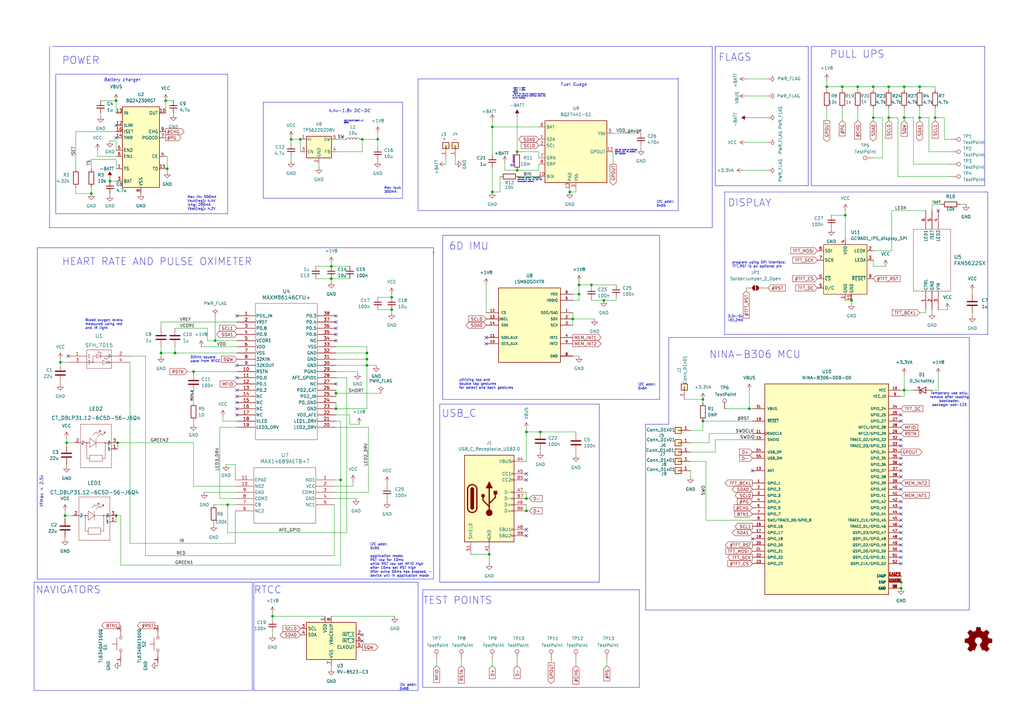
<source format=kicad_sch>
(kicad_sch (version 20231120) (generator "eeschema") (generator_version "8.0")
  (paper "A3")
  (title_block (title "MakerWatch") (rev "0.1") (company "https://github.com/atiaisaac/MakerWatch"))
  (junction (at 288.29 163.83))
  (junction (at 369.57 238.76))
  (junction (at 93.345 207.01))
  (junction (at 215.9 204.47))
  (junction (at 160.655 121.92))
  (junction (at 215.9 177.165))
  (junction (at 47.625 211.455))
  (junction (at 212.09 69.85))
  (junction (at 200.66 227.33))
  (junction (at 150.495 147.32))
  (junction (at 88.265 139.7))
  (junction (at 233.68 78.74))
  (junction (at 221.615 177.165))
  (junction (at 212.09 62.23))
  (junction (at 383.54 48.26))
  (junction (at 150.495 144.78))
  (junction (at 139.7 196.85))
  (junction (at 370.84 35.56))
  (junction (at 349.25 123.19))
  (junction (at 135.89 114.3))
  (junction (at 201.93 52.07))
  (junction (at 247.65 123.19))
  (junction (at 66.04 144.78))
  (junction (at 137.795 161.29))
  (junction (at 26.67 211.455))
  (junction (at 288.29 172.72))
  (junction (at 237.49 120.65))
  (junction (at 47.625 41.275))
  (junction (at 68.58 69.215))
  (junction (at 148.59 57.15))
  (junction (at 79.375 152.4))
  (junction (at 369.57 241.3))
  (junction (at 215.9 209.55))
  (junction (at 123.19 57.15))
  (junction (at 237.49 116.84))
  (junction (at 370.84 48.26))
  (junction (at 160.655 127))
  (junction (at 377.19 48.26))
  (junction (at 154.94 57.15))
  (junction (at 358.14 35.56))
  (junction (at 364.49 35.56))
  (junction (at 339.09 35.56))
  (junction (at 37.465 79.375))
  (junction (at 67.945 41.275))
  (junction (at 71.755 144.78))
  (junction (at 377.19 35.56))
  (junction (at 111.76 252.73))
  (junction (at 345.44 35.56))
  (junction (at 351.79 35.56))
  (junction (at 27.305 181.61))
  (junction (at 370.84 160.02))
  (junction (at 364.49 48.26))
  (junction (at 24.765 148.59))
  (junction (at 119.38 57.15))
  (junction (at 45.085 74.295))
  (junction (at 137.795 167.64))
  (junction (at 48.26 181.61))
  (junction (at 135.89 109.22))
  (junction (at 242.57 116.84))
  (junction (at 307.34 167.64))
  (junction (at 358.14 48.26))
  (junction (at 234.95 130.81))
  (junction (at 201.93 78.74))
  (junction (at 346.71 88.265))
  (junction (at 150.495 149.86))
  (no_connect (at 369.57 215.9))
  (no_connect (at 369.57 205.74))
  (no_connect (at 369.57 190.5))
  (no_connect (at 47.625 51.435))
  (no_connect (at 137.795 157.48))
  (no_connect (at 308.61 193.04))
  (no_connect (at 137.795 129.54))
  (no_connect (at 308.61 220.98))
  (no_connect (at 215.9 196.85))
  (no_connect (at 369.57 220.98))
  (no_connect (at 97.155 167.64))
  (no_connect (at 369.57 210.82))
  (no_connect (at 369.57 182.88))
  (no_connect (at 369.57 172.72))
  (no_connect (at 369.57 193.04))
  (no_connect (at 137.795 132.08))
  (no_connect (at 137.795 134.62))
  (no_connect (at 137.795 137.16))
  (no_connect (at 137.795 139.7))
  (no_connect (at 97.155 154.94))
  (no_connect (at 97.155 160.02))
  (no_connect (at 369.57 195.58))
  (no_connect (at 148.59 262.89))
  (no_connect (at 27.94 146.05))
  (no_connect (at 369.57 180.34))
  (no_connect (at 97.155 129.54))
  (no_connect (at 369.57 228.6))
  (no_connect (at 369.57 231.14))
  (no_connect (at 215.9 219.71))
  (no_connect (at 47.625 56.515))
  (no_connect (at 97.155 170.18))
  (no_connect (at 369.57 213.36))
  (no_connect (at 369.57 200.66))
  (no_connect (at 199.39 140.97))
  (no_connect (at 199.39 138.43))
  (no_connect (at 384.81 86.36))
  (no_connect (at 148.59 260.35))
  (no_connect (at 369.57 187.96))
  (no_connect (at 369.57 218.44))
  (no_connect (at 97.155 165.1))
  (no_connect (at 97.155 162.56))
  (no_connect (at 369.57 226.06))
  (no_connect (at 215.9 194.31))
  (no_connect (at 369.57 170.18))
  (no_connect (at 97.155 149.86))
  (no_connect (at 369.57 208.28))
  (no_connect (at 215.9 217.17))
  (no_connect (at 369.57 223.52))
  (wire (pts (xy 346.71 86.36) (xy 346.71 88.265)))
  (wire (pts (xy 88.265 139.7) (xy 97.155 139.7)))
  (wire (pts (xy 137.16 199.39) (xy 144.78 199.39)))
  (wire (pts (xy 306.07 118.11) (xy 306.07 119.38)))
  (wire (pts (xy 137.795 165.1) (xy 137.795 167.64)))
  (wire (pts (xy 129.54 109.22) (xy 135.89 109.22)))
  (wire (pts (xy 26.67 220.98) (xy 26.67 220.345)))
  (wire (pts (xy 138.43 62.23) (xy 148.59 62.23)))
  (wire (pts (xy 306.07 39.37) (xy 314.96 39.37)))
  (wire (pts (xy 90.17 204.47) (xy 96.52 204.47)))
  (wire (pts (xy 26.67 211.455) (xy 26.67 212.725)))
  (wire (pts (xy 135.89 114.3) (xy 135.89 115.57)))
  (wire (pts (xy 67.945 41.275) (xy 67.945 46.355)))
  (wire (pts (xy 361.95 48.26) (xy 358.14 48.26)))
  (wire (pts (xy 370.84 160.02) (xy 370.84 162.56)))
  (wire (pts (xy 66.04 134.62) (xy 66.04 132.08)))
  (wire (pts (xy 137.795 149.86) (xy 150.495 149.86)))
  (polyline (pts (xy 165.1 41.91) (xy 107.95 41.91)))
  (polyline (pts (xy 245.745 165.735) (xy 245.745 238.76)))
  (wire (pts (xy 68.58 64.135) (xy 68.58 69.215)))
  (wire (pts (xy 383.54 44.45) (xy 383.54 48.26)))
  (wire (pts (xy 377.19 35.56) (xy 377.19 36.83)))
  (wire (pts (xy 82.55 142.24) (xy 97.155 142.24)))
  (wire (pts (xy 280.67 163.83) (xy 288.29 163.83)))
  (wire (pts (xy 137.795 172.72) (xy 139.7 172.72)))
  (wire (pts (xy 370.84 48.26) (xy 370.84 49.53)))
  (wire (pts (xy 150.495 147.32) (xy 150.495 149.86)))
  (wire (pts (xy 307.34 167.64) (xy 308.61 167.64)))
  (wire (pts (xy 179.07 270.51) (xy 179.07 273.05)))
  (wire (pts (xy 68.58 70.485) (xy 68.58 69.215)))
  (wire (pts (xy 135.89 109.22) (xy 143.51 109.22)))
  (wire (pts (xy 251.46 54.61) (xy 262.89 54.61)))
  (wire (pts (xy 220.98 67.31) (xy 220.98 69.85)))
  (polyline (pts (xy 181.61 96.52) (xy 270.51 96.52)))
  (wire (pts (xy 351.79 35.56) (xy 351.79 36.83)))
  (polyline (pts (xy 181.61 163.83) (xy 270.51 163.83)))
  (wire (pts (xy 150.495 149.86) (xy 154.305 149.86)))
  (wire (pts (xy 137.16 204.47) (xy 146.05 204.47)))
  (polyline (pts (xy 274.32 173.99) (xy 264.795 173.99)))
  (wire (pts (xy 369.57 162.56) (xy 370.84 162.56)))
  (wire (pts (xy 47.625 61.595) (xy 47.625 57.785)))
  (wire (pts (xy 66.04 142.24) (xy 66.04 144.78)))
  (wire (pts (xy 293.37 180.34) (xy 293.37 185.42)))
  (wire (pts (xy 207.01 66.675) (xy 207.01 69.85)))
  (polyline (pts (xy 104.14 283.21) (xy 104.14 281.94)))
  (wire (pts (xy 365.76 86.36) (xy 379.73 86.36)))
  (polyline (pts (xy 177.8 237.49) (xy 177.8 102.87)))
  (wire (pts (xy 154.94 127) (xy 160.655 127)))
  (polyline (pts (xy 278.13 31.75) (xy 278.13 86.36)))
  (wire (pts (xy 93.345 207.01) (xy 96.52 207.01)))
  (wire (pts (xy 358.14 109.22) (xy 363.22 109.22)))
  (wire (pts (xy 387.35 57.15) (xy 389.89 57.15)))
  (wire (pts (xy 200.66 227.33) (xy 200.66 231.14)))
  (wire (pts (xy 193.04 227.33) (xy 200.66 227.33)))
  (wire (pts (xy 79.375 152.4) (xy 79.375 153.035)))
  (wire (pts (xy 339.09 44.45) (xy 339.09 49.53)))
  (wire (pts (xy 146.685 152.4) (xy 146.685 153.035)))
  (wire (pts (xy 306.07 32.385) (xy 314.96 32.385)))
  (wire (pts (xy 97.155 175.26) (xy 90.17 175.26)))
  (wire (pts (xy 364.49 48.26) (xy 364.49 49.53)))
  (wire (pts (xy 45.085 57.785) (xy 47.625 57.785)))
  (polyline (pts (xy 332.74 19.05) (xy 332.74 76.2)))
  (wire (pts (xy 91.44 170.815) (xy 91.44 172.72)))
  (wire (pts (xy 48.26 181.61) (xy 79.375 181.61)))
  (wire (pts (xy 71.755 144.78) (xy 97.155 144.78)))
  (polyline (pts (xy 180.34 165.735) (xy 245.745 165.735)))
  (wire (pts (xy 158.75 198.12) (xy 158.75 199.39)))
  (wire (pts (xy 215.9 204.47) (xy 217.17 204.47)))
  (polyline (pts (xy 297.18 101.6) (xy 297.18 137.16)))
  (wire (pts (xy 288.29 172.72) (xy 288.29 176.53)))
  (polyline (pts (xy 331.47 19.05) (xy 293.37 19.05)))
  (polyline (pts (xy 22.86 30.48) (xy 22.86 87.63)))
  (wire (pts (xy 119.38 57.15) (xy 119.38 56.515)))
  (polyline (pts (xy 405.13 78.74) (xy 405.13 137.16)))
  (polyline (pts (xy 270.51 163.83) (xy 270.51 96.52)))
  (wire (pts (xy 154.94 65.405) (xy 154.94 66.04)))
  (wire (pts (xy 262.89 60.96) (xy 262.89 59.69)))
  (wire (pts (xy 201.93 52.07) (xy 201.93 63.5)))
  (wire (pts (xy 49.53 211.455) (xy 49.53 231.775)))
  (wire (pts (xy 139.7 231.775) (xy 49.53 231.775)))
  (wire (pts (xy 383.54 48.26) (xy 387.35 48.26)))
  (wire (pts (xy 85.09 134.62) (xy 85.09 139.7)))
  (wire (pts (xy 205.105 72.39) (xy 205.105 78.74)))
  (wire (pts (xy 215.9 177.165) (xy 221.615 177.165)))
  (wire (pts (xy 237.49 116.84) (xy 242.57 116.84)))
  (wire (pts (xy 150.495 144.78) (xy 150.495 147.32)))
  (wire (pts (xy 87.63 207.01) (xy 93.345 207.01)))
  (wire (pts (xy 144.78 199.39) (xy 144.78 197.485)))
  (wire (pts (xy 47.625 65.405) (xy 47.625 69.215)))
  (wire (pts (xy 83.82 201.93) (xy 96.52 201.93)))
  (wire (pts (xy 234.95 123.19) (xy 237.49 123.19)))
  (wire (pts (xy 85.09 139.7) (xy 88.265 139.7)))
  (wire (pts (xy 139.7 196.85) (xy 139.7 231.775)))
  (wire (pts (xy 308.61 180.34) (xy 293.37 180.34)))
  (wire (pts (xy 358.14 35.56) (xy 358.14 36.83)))
  (wire (pts (xy 236.22 77.47) (xy 236.22 78.74)))
  (wire (pts (xy 66.04 146.05) (xy 66.04 144.78)))
  (polyline (pts (xy 278.13 86.36) (xy 171.45 86.36)))
  (wire (pts (xy 201.93 52.07) (xy 220.98 52.07)))
  (wire (pts (xy 358.14 48.26) (xy 358.14 49.53)))
  (polyline (pts (xy 13.97 238.76) (xy 103.505 238.76)))
  (wire (pts (xy 151.13 201.93) (xy 137.16 201.93)))
  (wire (pts (xy 374.65 67.31) (xy 389.89 67.31)))
  (wire (pts (xy 142.24 218.44) (xy 93.345 218.44)))
  (wire (pts (xy 49.53 273.05) (xy 49.53 271.78)))
  (polyline (pts (xy 331.47 76.2) (xy 331.47 19.05)))
  (wire (pts (xy 369.57 238.76) (xy 369.57 241.3)))
  (wire (pts (xy 64.77 273.05) (xy 64.77 271.78)))
  (polyline (pts (xy 274.32 138.43) (xy 274.32 173.99)))
  (wire (pts (xy 370.84 48.26) (xy 374.65 48.26)))
  (wire (pts (xy 137.16 207.01) (xy 137.16 227.965)))
  (wire (pts (xy 201.93 52.07) (xy 201.93 49.53)))
  (wire (pts (xy 137.795 144.78) (xy 150.495 144.78)))
  (wire (pts (xy 207.01 69.85) (xy 212.09 69.85)))
  (wire (pts (xy 40.005 64.135) (xy 47.625 64.135)))
  (polyline (pts (xy 171.45 32.385) (xy 278.13 32.385)))
  (wire (pts (xy 154.94 121.92) (xy 160.655 121.92)))
  (wire (pts (xy 79.375 172.72) (xy 79.375 173.99)))
  (wire (pts (xy 150.495 149.86) (xy 150.495 167.64)))
  (polyline (pts (xy 264.795 173.99) (xy 264.795 250.19)))
  (wire (pts (xy 142.24 154.94) (xy 142.24 218.44)))
  (polyline (pts (xy 274.32 138.43) (xy 397.51 138.43)))
  (wire (pts (xy 76.835 152.4) (xy 79.375 152.4)))
  (wire (pts (xy 148.59 62.23) (xy 148.59 57.15)))
  (wire (pts (xy 377.19 128.27) (xy 379.73 128.27)))
  (wire (pts (xy 242.57 123.19) (xy 247.65 123.19)))
  (wire (pts (xy 201.93 68.58) (xy 201.93 78.74)))
  (wire (pts (xy 186.69 64.77) (xy 186.69 67.31)))
  (polyline (pts (xy 403.86 78.74) (xy 405.13 78.74)))
  (wire (pts (xy 119.38 57.15) (xy 123.19 57.15)))
  (polyline (pts (xy 293.37 19.05) (xy 293.37 20.32)))
  (polyline (pts (xy 171.45 32.385) (xy 171.45 86.36)))
  (wire (pts (xy 364.49 44.45) (xy 364.49 48.26)))
  (wire (pts (xy 79.375 181.61) (xy 79.375 199.39)))
  (polyline (pts (xy 403.86 78.74) (xy 297.18 78.74)))
  (wire (pts (xy 308.61 177.8) (xy 290.83 177.8)))
  (wire (pts (xy 387.35 48.26) (xy 387.35 57.15)))
  (wire (pts (xy 220.98 64.77) (xy 220.98 62.23)))
  (wire (pts (xy 377.19 44.45) (xy 377.19 48.26)))
  (wire (pts (xy 365.76 102.87) (xy 365.76 86.36)))
  (wire (pts (xy 48.895 256.54) (xy 49.53 256.54)))
  (wire (pts (xy 68.58 69.215) (xy 67.945 69.215)))
  (wire (pts (xy 252.73 123.19) (xy 252.73 121.92)))
  (wire (pts (xy 242.57 123.19) (xy 242.57 122.555)))
  (wire (pts (xy 47.625 211.455) (xy 49.53 211.455)))
  (wire (pts (xy 135.89 252.73) (xy 161.925 252.73)))
  (polyline (pts (xy 13.97 238.76) (xy 13.97 283.21)))
  (wire (pts (xy 41.275 47.625) (xy 41.275 46.355)))
  (wire (pts (xy 24.765 148.59) (xy 27.94 148.59)))
  (wire (pts (xy 151.13 175.26) (xy 151.13 201.93)))
  (wire (pts (xy 398.78 128.27) (xy 398.78 129.54)))
  (wire (pts (xy 26.67 209.55) (xy 26.67 211.455)))
  (wire (pts (xy 150.495 167.64) (xy 137.795 167.64)))
  (polyline (pts (xy 264.795 250.19) (xy 397.51 250.19)))
  (wire (pts (xy 59.69 227.965) (xy 59.69 146.05)))
  (wire (pts (xy 137.795 160.02) (xy 137.795 161.29)))
  (wire (pts (xy 150.495 142.24) (xy 150.495 144.78)))
  (wire (pts (xy 79.375 199.39) (xy 96.52 199.39)))
  (wire (pts (xy 234.95 128.27) (xy 234.95 130.81)))
  (wire (pts (xy 361.95 64.77) (xy 361.95 48.26)))
  (wire (pts (xy 283.21 193.04) (xy 283.21 195.58)))
  (wire (pts (xy 123.19 57.15) (xy 123.19 62.23)))
  (wire (pts (xy 242.57 117.475) (xy 242.57 116.84)))
  (wire (pts (xy 358.14 106.68) (xy 358.14 109.22)))
  (wire (pts (xy 87.63 214.63) (xy 87.63 215.265)))
  (wire (pts (xy 45.085 79.375) (xy 45.085 80.01)))
  (wire (pts (xy 63.5 256.54) (xy 64.77 256.54)))
  (wire (pts (xy 351.79 35.56) (xy 358.14 35.56)))
  (wire (pts (xy 307.34 160.02) (xy 307.34 167.64)))
  (wire (pts (xy 345.44 35.56) (xy 351.79 35.56)))
  (wire (pts (xy 382.27 127) (xy 382.27 128.27)))
  (wire (pts (xy 47.625 211.455) (xy 47.625 213.995)))
  (wire (pts (xy 369.57 160.02) (xy 370.84 160.02)))
  (polyline (pts (xy 292.1 19.05) (xy 292.1 93.345)))
  (wire (pts (xy 137.16 227.965) (xy 59.69 227.965)))
  (wire (pts (xy 154.94 54.61) (xy 154.94 57.15)))
  (wire (pts (xy 24.765 156.845) (xy 24.765 157.48)))
  (polyline (pts (xy 171.45 238.76) (xy 104.14 238.76)))
  (wire (pts (xy 358.14 35.56) (xy 364.49 35.56)))
  (polyline (pts (xy 13.97 283.21) (xy 103.505 283.21)))
  (wire (pts (xy 135.89 273.05) (xy 135.89 274.32)))
  (polyline (pts (xy 22.86 30.48) (xy 93.345 30.48)))
  (wire (pts (xy 339.09 35.56) (xy 345.44 35.56)))
  (wire (pts (xy 398.78 119.38) (xy 398.78 120.65)))
  (wire (pts (xy 31.115 76.835) (xy 31.115 79.375)))
  (wire (pts (xy 96.52 222.885) (xy 53.34 222.885)))
  (wire (pts (xy 48.26 181.61) (xy 48.26 184.15)))
  (wire (pts (xy 242.57 116.84) (xy 252.73 116.84)))
  (wire (pts (xy 215.9 201.93) (xy 215.9 204.47)))
  (wire (pts (xy 96.52 209.55) (xy 96.52 222.885)))
  (wire (pts (xy 290.83 177.8) (xy 290.83 181.61)))
  (wire (pts (xy 137.795 161.29) (xy 137.795 162.56)))
  (wire (pts (xy 288.29 176.53) (xy 283.21 176.53)))
  (wire (pts (xy 234.95 130.81) (xy 234.95 133.35)))
  (wire (pts (xy 345.44 44.45) (xy 345.44 49.53)))
  (polyline (pts (xy 22.86 87.63) (xy 93.345 87.63)))
  (wire (pts (xy 234.95 130.81) (xy 243.84 130.81)))
  (wire (pts (xy 212.09 270.51) (xy 212.09 273.05)))
  (wire (pts (xy 201.93 270.51) (xy 201.93 273.05)))
  (wire (pts (xy 212.725 72.39) (xy 220.98 72.39)))
  (wire (pts (xy 160.655 120.65) (xy 160.655 121.92)))
  (wire (pts (xy 306.07 58.42) (xy 314.96 58.42)))
  (polyline (pts (xy 332.74 76.2) (xy 403.86 76.2)))
  (wire (pts (xy 221.615 177.165) (xy 236.22 177.165)))
  (wire (pts (xy 66.04 144.78) (xy 71.755 144.78)))
  (wire (pts (xy 137.795 142.24) (xy 150.495 142.24)))
  (wire (pts (xy 37.465 65.405) (xy 47.625 65.405)))
  (wire (pts (xy 189.23 270.51) (xy 189.23 273.05)))
  (polyline (pts (xy 403.86 76.2) (xy 403.86 19.05)))
  (wire (pts (xy 370.84 44.45) (xy 370.84 48.26)))
  (wire (pts (xy 47.625 41.275) (xy 47.625 46.355)))
  (wire (pts (xy 381 48.26) (xy 381 62.23)))
  (wire (pts (xy 370.84 160.02) (xy 374.65 160.02)))
  (wire (pts (xy 160.655 127) (xy 160.655 128.27)))
  (wire (pts (xy 27.305 181.61) (xy 30.48 181.61)))
  (wire (pts (xy 306.705 48.26) (xy 314.96 48.26)))
  (polyline (pts (xy 93.345 87.63) (xy 93.345 30.48)))
  (wire (pts (xy 67.945 64.135) (xy 68.58 64.135)))
  (wire (pts (xy 368.3 48.26) (xy 368.3 72.39)))
  (wire (pts (xy 340.995 93.345) (xy 340.995 93.98)))
  (wire (pts (xy 237.49 116.84) (xy 237.49 115.57)))
  (wire (pts (xy 93.345 218.44) (xy 93.345 207.01)))
  (polyline (pts (xy 293.37 19.05) (xy 293.37 76.2)))
  (wire (pts (xy 289.56 189.23) (xy 289.56 213.36)))
  (wire (pts (xy 37.465 76.835) (xy 37.465 79.375)))
  (wire (pts (xy 339.09 33.02) (xy 339.09 35.56)))
  (wire (pts (xy 31.115 53.975) (xy 31.115 69.215)))
  (wire (pts (xy 201.93 78.74) (xy 205.105 78.74)))
  (wire (pts (xy 349.25 123.19) (xy 349.25 124.46)))
  (wire (pts (xy 24.765 149.225) (xy 24.765 148.59)))
  (wire (pts (xy 358.14 64.77) (xy 361.95 64.77)))
  (polyline (pts (xy 180.34 238.76) (xy 245.745 238.76)))
  (wire (pts (xy 158.75 204.47) (xy 158.75 205.74)))
  (polyline (pts (xy 165.1 81.28) (xy 165.1 41.91)))
  (wire (pts (xy 346.71 123.19) (xy 349.25 123.19)))
  (wire (pts (xy 26.67 211.455) (xy 29.845 211.455)))
  (wire (pts (xy 358.14 44.45) (xy 358.14 48.26)))
  (polyline (pts (xy 107.95 41.91) (xy 107.95 81.28)))
  (wire (pts (xy 135.89 107.95) (xy 135.89 109.22)))
  (wire (pts (xy 233.68 78.74) (xy 236.22 78.74)))
  (wire (pts (xy 182.88 64.77) (xy 182.88 67.31)))
  (wire (pts (xy 53.34 222.885) (xy 53.34 148.59)))
  (polyline (pts (xy 181.61 96.52) (xy 181.61 163.83)))
  (wire (pts (xy 129.54 114.3) (xy 135.89 114.3)))
  (polyline (pts (xy 21.59 19.05) (xy 292.1 19.05)))
  (polyline (pts (xy 171.45 283.21) (xy 104.14 283.21)))
  (wire (pts (xy 143.51 170.18) (xy 143.51 173.99)))
  (wire (pts (xy 111.76 251.46) (xy 111.76 252.73)))
  (wire (pts (xy 27.305 179.705) (xy 27.305 181.61)))
  (wire (pts (xy 369.57 236.22) (xy 369.57 238.76)))
  (wire (pts (xy 212.09 47.625) (xy 212.09 62.23)))
  (polyline (pts (xy 107.95 81.28) (xy 165.1 81.28)))
  (polyline (pts (xy 103.505 283.21) (xy 103.505 238.76)))
  (wire (pts (xy 215.9 207.01) (xy 215.9 209.55)))
  (wire (pts (xy 236.22 177.165) (xy 236.22 177.8)))
  (wire (pts (xy 139.7 172.72) (xy 139.7 196.85)))
  (polyline (pts (xy 15.24 101.6) (xy 177.8 101.6)))
  (wire (pts (xy 137.795 154.94) (xy 142.24 154.94)))
  (wire (pts (xy 364.49 48.26) (xy 368.3 48.26)))
  (wire (pts (xy 248.92 270.51) (xy 248.92 273.05)))
  (wire (pts (xy 237.49 123.19) (xy 237.49 120.65)))
  (polyline (pts (xy 297.18 101.6) (xy 297.18 101.6)))
  (wire (pts (xy 53.34 146.05) (xy 59.69 146.05)))
  (wire (pts (xy 27.305 191.135) (xy 27.305 190.5)))
  (polyline (pts (xy 293.37 76.2) (xy 331.47 76.2)))
  (wire (pts (xy 215.9 209.55) (xy 217.17 209.55)))
  (wire (pts (xy 377.19 35.56) (xy 370.84 35.56)))
  (wire (pts (xy 288.29 163.83) (xy 288.29 165.1)))
  (wire (pts (xy 143.51 173.99) (xy 147.32 173.99)))
  (wire (pts (xy 383.54 48.26) (xy 383.54 49.53)))
  (wire (pts (xy 382.27 83.82) (xy 386.08 83.82)))
  (polyline (pts (xy 177.8 101.6) (xy 177.8 104.14)))
  (wire (pts (xy 221.615 184.785) (xy 221.615 185.42)))
  (wire (pts (xy 79.375 152.4) (xy 97.155 152.4)))
  (wire (pts (xy 215.9 175.895) (xy 215.9 177.165)))
  (polyline (pts (xy 177.8 237.49) (xy 15.24 237.49)))
  (wire (pts (xy 220.98 69.85) (xy 212.09 69.85)))
  (wire (pts (xy 137.795 175.26) (xy 151.13 175.26)))
  (wire (pts (xy 111.76 252.73) (xy 133.35 252.73)))
  (wire (pts (xy 66.04 132.08) (xy 97.155 132.08)))
  (wire (pts (xy 119.38 59.055) (xy 119.38 57.15)))
  (wire (pts (xy 96.52 190.5) (xy 96.52 196.85)))
  (wire (pts (xy 135.89 114.3) (xy 143.51 114.3)))
  (wire (pts (xy 339.09 36.83) (xy 339.09 35.56)))
  (polyline (pts (xy 397.51 250.19) (xy 397.51 138.43)))
  (wire (pts (xy 237.49 146.05) (xy 234.95 146.05)))
  (wire (pts (xy 199.39 128.27) (xy 199.39 116.84)))
  (wire (pts (xy 370.84 153.67) (xy 370.84 160.02)))
  (wire (pts (xy 215.9 177.165) (xy 215.9 189.23)))
  (wire (pts (xy 384.81 160.02) (xy 382.27 160.02)))
  (polyline (pts (xy 292.1 93.345) (xy 20.32 93.345)))
  (wire (pts (xy 130.81 67.31) (xy 130.81 68.58)))
  (wire (pts (xy 27.305 181.61) (xy 27.305 182.88)))
  (wire (pts (xy 384.81 153.67) (xy 384.81 160.02)))
  (wire (pts (xy 374.65 48.26) (xy 374.65 67.31)))
  (wire (pts (xy 393.7 83.82) (xy 396.24 83.82)))
  (wire (pts (xy 111.76 259.08) (xy 111.76 260.35)))
  (wire (pts (xy 71.755 142.24) (xy 71.755 144.78)))
  (wire (pts (xy 381 62.23) (xy 389.89 62.23)))
  (wire (pts (xy 377.19 48.26) (xy 381 48.26)))
  (wire (pts (xy 345.44 36.83) (xy 345.44 35.56)))
  (polyline (pts (xy 171.45 240.03) (xy 171.45 238.76)))
  (wire (pts (xy 137.795 147.32) (xy 150.495 147.32)))
  (wire (pts (xy 351.79 44.45) (xy 351.79 49.53)))
  (wire (pts (xy 119.38 64.135) (xy 119.38 66.04)))
  (wire (pts (xy 384.81 127) (xy 388.62 127)))
  (wire (pts (xy 137.16 196.85) (xy 139.7 196.85)))
  (wire (pts (xy 247.65 123.19) (xy 252.73 123.19)))
  (wire (pts (xy 233.68 78.74) (xy 233.68 77.47)))
  (wire (pts (xy 383.54 35.56) (xy 377.19 35.56)))
  (wire (pts (xy 379.73 128.27) (xy 379.73 127)))
  (wire (pts (xy 90.17 175.26) (xy 90.17 204.47)))
  (wire (pts (xy 154.94 57.15) (xy 154.94 60.325)))
  (wire (pts (xy 313.69 118.11) (xy 314.96 118.11)))
  (polyline (pts (xy 297.18 137.16) (xy 405.13 137.16)))
  (wire (pts (xy 236.22 270.51) (xy 236.22 273.05)))
  (wire (pts (xy 111.76 252.73) (xy 111.76 254)))
  (wire (pts (xy 370.84 35.56) (xy 370.84 36.83)))
  (polyline (pts (xy 171.45 240.03) (xy 171.45 283.21)))
  (wire (pts (xy 364.49 35.56) (xy 370.84 35.56)))
  (wire (pts (xy 41.275 41.275) (xy 47.625 41.275)))
  (wire (pts (xy 45.085 73.025) (xy 45.085 74.295)))
  (polyline (pts (xy 332.74 19.05) (xy 403.86 19.05)))
  (wire (pts (xy 251.46 62.23) (xy 251.46 67.31)))
  (wire (pts (xy 290.83 181.61) (xy 283.21 181.61)))
  (polyline (pts (xy 180.34 238.76) (xy 180.34 165.735)))
  (wire (pts (xy 45.085 74.295) (xy 47.625 74.295)))
  (wire (pts (xy 40.005 61.595) (xy 40.005 64.135)))
  (wire (pts (xy 148.59 57.15) (xy 154.94 57.15)))
  (wire (pts (xy 92.71 190.5) (xy 96.52 190.5)))
  (wire (pts (xy 283.21 189.23) (xy 289.56 189.23)))
  (wire (pts (xy 137.795 170.18) (xy 143.51 170.18)))
  (wire (pts (xy 297.18 167.64) (xy 307.34 167.64)))
  (wire (pts (xy 31.115 79.375) (xy 37.465 79.375)))
  (polyline (pts (xy 104.14 238.76) (xy 104.14 240.03)))
  (wire (pts (xy 138.43 57.15) (xy 140.97 57.15)))
  (wire (pts (xy 88.265 129.54) (xy 88.265 139.7)))
  (wire (pts (xy 346.71 88.265) (xy 346.71 97.79)))
  (wire (pts (xy 79.375 160.655) (xy 79.375 165.1)))
  (polyline (pts (xy 297.18 78.74) (xy 297.18 101.6)))
  (polyline (pts (xy 20.32 19.05) (xy 20.32 93.345)))
  (wire (pts (xy 364.49 35.56) (xy 364.49 36.83)))
  (wire (pts (xy 237.49 120.65) (xy 237.49 116.84)))
  (wire (pts (xy 377.19 48.26) (xy 377.19 49.53)))
  (wire (pts (xy 91.44 172.72) (xy 97.155 172.72)))
  (wire (pts (xy 293.37 185.42) (xy 283.21 185.42)))
  (wire (pts (xy 236.22 185.42) (xy 236.22 186.69)))
  (wire (pts (xy 308.61 213.36) (xy 289.56 213.36)))
  (wire (pts (xy 358.14 102.87) (xy 365.76 102.87)))
  (wire (pts (xy 340.995 88.265) (xy 346.71 88.265)))
  (wire (pts (xy 226.06 270.51) (xy 226.06 271.78)))
  (wire (pts (xy 137.795 161.29) (xy 156.21 161.29)))
  (wire (pts (xy 288.29 172.72) (xy 308.61 172.72)))
  (wire (pts (xy 71.755 134.62) (xy 85.09 134.62)))
  (wire (pts (xy 234.95 120.65) (xy 237.49 120.65)))
  (wire (pts (xy 368.3 72.39) (xy 389.89 72.39)))
  (wire (pts (xy 67.945 41.275) (xy 71.12 41.275)))
  (wire (pts (xy 383.54 36.83) (xy 383.54 35.56)))
  (polyline (pts (xy 104.14 240.03) (xy 104.14 282.575)))
  (wire (pts (xy 47.625 53.975) (xy 31.115 53.975)))
  (wire (pts (xy 24.765 147.32) (xy 24.765 148.59)))
  (wire (pts (xy 382.27 86.36) (xy 382.27 83.82)))
  (wire (pts (xy 71.12 46.99) (xy 71.12 46.355)))
  (wire (pts (xy 37.465 65.405) (xy 37.465 69.215)))
  (wire (pts (xy 137.795 152.4) (xy 146.685 152.4)))
  (wire (pts (xy 314.96 69.85) (xy 304.8 69.85)))
  (polyline (pts (xy 15.24 101.6) (xy 15.24 237.49)))
  (wire (pts (xy 220.98 62.23) (xy 212.09 62.23)))
  (rectangle (start 173.355 241.935) (end 262.255 281.94))
  (text "3.3v-5v\n~31.2mA" (at 298.45 132.08 0) (effects (font (size 1 1)) (justify left bottom)))
  (text "NAVIGATORS" (at 14.605 243.84 0) (effects (font (size 3 3)) (justify left bottom)))
  (text "RTCC" (at 115.57 243.84 0) (effects (font (size 3 3)) (justify right bottom)))
  (text "utilizing tap and \ndouble tap gestures \nfor select and back gestures" (at 188.214 159.766 0) (effects (font (size 1 1)) (justify left bottom)))
  (text "DISPLAY" (at 298.45 85.09 0) (effects (font (size 3 3)) (justify left bottom)))
  (text "4.4v-1.8v DC-DC\n" (at 134.62 46.355 0) (effects (font (size 1.27 1.27) (italic yes)) (justify left bottom)))
  (text "i2c addr:\n0x68" (at 163.83 283.21 0) (effects (font (size 1 1)) (justify left bottom)))
  (text "program using SPI interface. \nTFT_RST is an optional pin" (at 300.228 109.982 0) (effects (font (size 1 1)) (justify left bottom)))
  (text "1W\n1% tolerance" (at 210.82 68.58 90) (effects (font (size 0.5 0.5)) (justify left bottom)))
  (text "I2C addr:\n0x6A\n" (at 261.62 160.02 0) (effects (font (size 1 1)) (justify left bottom)))
  (text "USB_C\n" (at 195.58 171.45 0) (effects (font (size 3 3)) (justify right bottom)))
  (text "Blood oxygen levels \nmeasured using red \nand IR light" (at 34.925 135.255 0) (effects (font (size 1 1)) (justify left bottom)))
  (text "HEART RATE AND PULSE OXIMETER" (at 25.4 109.22 0) (effects (font (size 3 3)) (justify left bottom)))
  (text "POWER" (at 25.4 26.67 0) (effects (font (size 3 3)) (justify left bottom)))
  (text "indicate battery insertion.\nconnect to vss via 10k for \nremovable battery" (at 212.09 74.93 0) (effects (font (size 0.5 0.5)) (justify left bottom)))
  (text "MGFL2012F100MT-LF\n0805" (at 140.97 50.8 0) (effects (font (size 0.5 0.5)) (justify left bottom)))
  (text "6D IMU" (at 184.15 102.87 0) (effects (font (size 3 3)) (justify left bottom)))
  (text "FLAGS" (at 294.64 25.4 0) (effects (font (size 3 3)) (justify left bottom)))
  (text "TEST POINTS" (at 201.93 248.158 0) (effects (font (size 3 3)) (justify right bottom)))
  (text "PULL UPS\n" (at 340.36 24.13 0) (effects (font (size 3 3)) (justify left bottom)))
  (text "Fuel Guage" (at 229.87 35.56 0) (effects (font (size 1.27 1.27) (italic yes)) (justify left bottom)))
  (text "Battery charger" (at 42.545 33.655 0) (effects (font (size 1.27 1.27) (italic yes)) (justify left bottom)))
  (text "NINA-B306 MCU" (at 290.83 147.32 0) (effects (font (size 3 3)) (justify left bottom)))
  (text "I2C addr:\n0x55\n\napplication mode:\nRST low for 10ms\nwhile RST low set MFIO high\nafter 10ms set RST high\nAfter extra 50ms has elapsed, -\ndevice will in application mode" (at 151.765 236.855 0) (effects (font (size 1 1)) (justify left bottom)))
  (text "32kHz square\nwave from RTCC" (at 77.978 148.844 0) (effects (font (size 1 1)) (justify left bottom)))
  (text "Max Iout:\n300mA\n" (at 157.48 79.375 0) (effects (font (size 1 1)) (justify left bottom)))
  (text "Max Iin: 500mA\nVout(reg): 4.4V\nIchg: 200mA\nVbat(reg): 4.2V" (at 76.835 86.36 0) (effects (font (size 1 1)) (justify left bottom)))
  (text "Temporary use only.\nremove after loading\nbootloader.\npackage: sod-123\n" (at 389.382 163.83 0) (effects (font (size 1 1))))
  (text "can be used to indicate \nbattery low via battery \nlow register" (at 252.095 63.5 0) (effects (font (size 0.5 0.5)) (justify left bottom)))
  (text "+BATT = SRP\n-BATT = SRN\nNOTE:\n-BATT is not the negative terminal\nit is the positive terminal after the \nshunt resistor" (at 210.185 40.64 0) (effects (font (size 0.5 0.5)) (justify left bottom)))
  (text "I2C addr:\n0x55" (at 269.24 85.09 0) (effects (font (size 1 1)) (justify left bottom)))
  (text "Vfmax = 2.5v" (at 17.78 208.28 90) (effects (font (size 1.27 1.27)) (justify left bottom)))
  (label "RED" (at 76.2 227.965 180))
  (label "LEDK" (at 367.03 86.36 0))
  (label "#RST" (at 307.34 172.72 180))
  (label "AFE_GPIO" (at 114.3 218.44 0))
  (label "IR" (at 75.565 222.885 180))
  (label "VREF" (at 73.66 132.08 0))
  (label "BIN" (at 214.63 72.39 0))
  (label "LED2_DRV" (at 151.13 191.135 90))
  (label "GREEN1" (at 71.755 231.775 0))
  (label "SWDIO" (at 303.53 180.34 0))
  (label "VDD" (at 88.9 142.24 0))
  (label "VDD_gauge" (at 252.73 54.61 0))
  (label "Iset" (at 382.27 83.82 0))
  (label "RSTN_0" (at 79.375 164.465 90) (effects (font (size 0.8 0.8))))
  (label "SW" (at 138.43 57.15 0))
  (label "SWO" (at 289.56 203.2 90))
  (label "SWDCLK" (at 301.625 177.8 0))
  (label "TS" (at 37.465 67.945 90))
  (label "VCORE" (at 73.66 134.62 0))
  (label "LED3_DRV" (at 90.17 193.04 90))
  (label "SHORT" (at 142.875 161.29 0))
  (label "GREEN2" (at 69.215 181.61 180))
  (label "ISET" (at 31.115 64.135 90))
  (global_label "BTN1" (shape output) (at 48.895 256.54 180) (property "Intersheetrefs" "${INTERSHEET_REFS}" (effects (hide yes))))
  (global_label "GPOUT" (shape output) (at 226.06 271.78 270) (property "Intersheetrefs" "${INTERSHEET_REFS}" (effects (hide yes))))
  (global_label "SQW" (shape input) (at 370.84 49.53 270) (property "Intersheetrefs" "${INTERSHEET_REFS}" (effects (hide yes))))
  (global_label "SCL0" (shape input) (at 220.98 59.69 180) (property "Intersheetrefs" "${INTERSHEET_REFS}" (effects (hide yes))))
  (global_label "#PG" (shape input) (at 308.61 205.74 180) (property "Intersheetrefs" "${INTERSHEET_REFS}" (effects (hide yes))))
  (global_label "SDA1" (shape bidirectional) (at 377.19 49.53 270) (property "Intersheetrefs" "${INTERSHEET_REFS}" (effects (hide yes))))
  (global_label "SDA0" (shape bidirectional) (at 199.39 133.35 180) (property "Intersheetrefs" "${INTERSHEET_REFS}" (effects (hide yes))))
  (global_label "#CHG" (shape input) (at 308.61 208.28 180) (property "Intersheetrefs" "${INTERSHEET_REFS}" (effects (hide yes))))
  (global_label "#CHG" (shape input) (at 236.22 273.05 270) (property "Intersheetrefs" "${INTERSHEET_REFS}" (effects (hide yes))))
  (global_label "SDA0" (shape bidirectional) (at 358.14 49.53 270) (property "Intersheetrefs" "${INTERSHEET_REFS}" (effects (hide yes))))
  (global_label "#TFT_CS" (shape input) (at 335.28 114.3 180) (property "Intersheetrefs" "${INTERSHEET_REFS}" (effects (hide yes))))
  (global_label "D-" (shape input) (at 308.61 187.96 180) (property "Intersheetrefs" "${INTERSHEET_REFS}" (effects (hide yes))))
  (global_label "#PG" (shape output) (at 67.945 56.515 0) (property "Intersheetrefs" "${INTERSHEET_REFS}" (effects (hide yes))))
  (global_label "MFIO" (shape input) (at 369.57 175.26 0) (property "Intersheetrefs" "${INTERSHEET_REFS}" (effects (hide yes))))
  (global_label "TFT_BCKL" (shape input) (at 377.19 128.27 180) (property "Intersheetrefs" "${INTERSHEET_REFS}" (effects (hide yes))))
  (global_label "SDA0" (shape bidirectional) (at 308.61 200.66 180) (property "Intersheetrefs" "${INTERSHEET_REFS}" (effects (hide yes))))
  (global_label "#CHG" (shape output) (at 67.945 53.975 0) (property "Intersheetrefs" "${INTERSHEET_REFS}" (effects (hide yes))))
  (global_label "GPOUT" (shape output) (at 339.09 49.53 270) (property "Intersheetrefs" "${INTERSHEET_REFS}" (effects (hide yes))))
  (global_label "SQW" (shape input) (at 97.155 147.32 180) (property "Intersheetrefs" "${INTERSHEET_REFS}" (effects (hide yes))))
  (global_label "RSTN" (shape input) (at 76.835 152.4 180) (property "Intersheetrefs" "${INTERSHEET_REFS}" (effects (hide yes))))
  (global_label "#PG" (shape input) (at 345.44 49.53 270) (property "Intersheetrefs" "${INTERSHEET_REFS}" (effects (hide yes))))
  (global_label "TFT_SCK" (shape output) (at 308.61 228.6 180) (property "Intersheetrefs" "${INTERSHEET_REFS}" (effects (hide yes))))
  (global_label "GPOUT" (shape output) (at 369.57 185.42 0) (property "Intersheetrefs" "${INTERSHEET_REFS}" (effects (hide yes))))
  (global_label "D-" (shape input) (at 212.09 273.05 270) (property "Intersheetrefs" "${INTERSHEET_REFS}" (effects (hide yes))))
  (global_label "SQW" (shape output) (at 148.59 265.43 0) (property "Intersheetrefs" "${INTERSHEET_REFS}" (effects (hide yes))))
  (global_label "BTN1" (shape input) (at 308.61 210.82 180) (property "Intersheetrefs" "${INTERSHEET_REFS}" (effects (hide yes))))
  (global_label "SCL0" (shape input) (at 364.49 49.53 270) (property "Intersheetrefs" "${INTERSHEET_REFS}" (effects (hide yes))))
  (global_label "SDA1" (shape bidirectional) (at 308.61 218.44 180) (property "Intersheetrefs" "${INTERSHEET_REFS}" (effects (hide yes))))
  (global_label "TFT_DC" (shape input) (at 369.57 167.64 0) (property "Intersheetrefs" "${INTERSHEET_REFS}" (effects (hide yes))))
  (global_label "GPOUT" (shape output) (at 251.46 67.31 270) (property "Intersheetrefs" "${INTERSHEET_REFS}" (effects (hide yes))))
  (global_label "TFT_MOSI" (shape input) (at 308.61 226.06 180) (property "Intersheetrefs" "${INTERSHEET_REFS}" (effects (hide yes))))
  (global_label "RSTN" (shape input) (at 369.57 177.8 0) (property "Intersheetrefs" "${INTERSHEET_REFS}" (effects (hide yes))))
  (global_label "MFIO" (shape input) (at 97.155 157.48 180) (property "Intersheetrefs" "${INTERSHEET_REFS}" (effects (hide yes))))
  (global_label "SCL1" (shape input) (at 383.54 49.53 270) (property "Intersheetrefs" "${INTERSHEET_REFS}" (effects (hide yes))))
  (global_label "TFT_MOSI" (shape input) (at 335.28 102.87 180) (property "Intersheetrefs" "${INTERSHEET_REFS}" (effects (hide yes))))
  (global_label "D+" (shape input) (at 308.61 185.42 180) (property "Intersheetrefs" "${INTERSHEET_REFS}" (effects (hide yes))))
  (global_label "MFIO" (shape input) (at 179.07 273.05 270) (property "Intersheetrefs" "${INTERSHEET_REFS}" (effects (hide yes))))
  (global_label "SCL0" (shape output) (at 308.61 203.2 180) (property "Intersheetrefs" "${INTERSHEET_REFS}" (effects (hide yes))))
  (global_label "#CHG" (shape input) (at 351.79 49.53 270) (property "Intersheetrefs" "${INTERSHEET_REFS}" (effects (hide yes))))
  (global_label "SDA0" (shape bidirectional) (at 123.19 260.35 180) (property "Intersheetrefs" "${INTERSHEET_REFS}" (effects (hide yes))))
  (global_label "SDA1" (shape bidirectional) (at 97.155 137.16 180) (property "Intersheetrefs" "${INTERSHEET_REFS}" (effects (hide yes))))
  (global_label "#RST" (shape input) (at 314.96 118.11 0) (property "Intersheetrefs" "${INTERSHEET_REFS}" (effects (hide yes))))
  (global_label "D-" (shape input) (at 217.17 204.47 0) (property "Intersheetrefs" "${INTERSHEET_REFS}" (effects (hide yes))))
  (global_label "D+" (shape input) (at 217.17 209.55 0) (property "Intersheetrefs" "${INTERSHEET_REFS}" (effects (hide yes))))
  (global_label "#PG" (shape input) (at 248.92 273.05 270) (property "Intersheetrefs" "${INTERSHEET_REFS}" (effects (hide yes))))
  (global_label "TFT_DC" (shape input) (at 335.28 118.11 180) (property "Intersheetrefs" "${INTERSHEET_REFS}" (effects (hide yes))))
  (global_label "TFT_SCK" (shape input) (at 335.28 106.68 180) (property "Intersheetrefs" "${INTERSHEET_REFS}" (effects (hide yes))))
  (global_label "SCL0" (shape input) (at 199.39 130.81 180) (property "Intersheetrefs" "${INTERSHEET_REFS}" (effects (hide yes))))
  (global_label "MEM_INT2" (shape input) (at 369.57 198.12 0) (property "Intersheetrefs" "${INTERSHEET_REFS}" (effects (hide yes))))
  (global_label "MEM_INT2" (shape output) (at 234.95 140.97 0) (property "Intersheetrefs" "${INTERSHEET_REFS}" (effects (hide yes))))
  (global_label "TFT_BCKL" (shape output) (at 308.61 198.12 180) (property "Intersheetrefs" "${INTERSHEET_REFS}" (effects (hide yes))))
  (global_label "#TFT_RST" (shape output) (at 308.61 223.52 180) (property "Intersheetrefs" "${INTERSHEET_REFS}" (effects (hide yes))))
  (global_label "#TFT_RST" (shape input) (at 358.14 114.3 0) (property "Intersheetrefs" "${INTERSHEET_REFS}" (effects (hide yes))))
  (global_label "#TFT_RST" (shape input) (at 306.07 119.38 270) (property "Intersheetrefs" "${INTERSHEET_REFS}" (effects (hide yes))))
  (global_label "RSTN" (shape input) (at 189.23 273.05 270) (property "Intersheetrefs" "${INTERSHEET_REFS}" (effects (hide yes))))
  (global_label "SCL0" (shape input) (at 123.19 257.81 180) (property "Intersheetrefs" "${INTERSHEET_REFS}" (effects (hide yes))))
  (global_label "#RST" (shape output) (at 63.5 256.54 180) (property "Intersheetrefs" "${INTERSHEET_REFS}" (effects (hide yes))))
  (global_label "SDA0" (shape bidirectional) (at 220.98 57.15 180) (property "Intersheetrefs" "${INTERSHEET_REFS}" (effects (hide yes))))
  (global_label "D+" (shape input) (at 201.93 273.05 270) (property "Intersheetrefs" "${INTERSHEET_REFS}" (effects (hide yes))))
  (global_label "#TFT_CS" (shape input) (at 308.61 231.14 180) (property "Intersheetrefs" "${INTERSHEET_REFS}" (effects (hide yes))))
  (global_label "MEM_INT1" (shape output) (at 234.95 138.43 0) (property "Intersheetrefs" "${INTERSHEET_REFS}" (effects (hide yes))))
  (global_label "SCL1" (shape output) (at 308.61 215.9 180) (property "Intersheetrefs" "${INTERSHEET_REFS}" (effects (hide yes))))
  (global_label "MEM_INT1" (shape input) (at 369.57 203.2 0) (property "Intersheetrefs" "${INTERSHEET_REFS}" (effects (hide yes))))
  (global_label "SCL1" (shape input) (at 97.155 134.62 180) (property "Intersheetrefs" "${INTERSHEET_REFS}" (effects (hide yes))))
  (symbol (lib_id "power:GND") (at 57.785 79.375 0) (unit 1)
    (property "Reference" "#PWR021" (effects (hide yes)))
    (property "Value" "GND" (at 57.785 84.455 0))
  )
  (symbol (lib_id "Jumper:SolderJumper_2_Open") (at 309.88 118.11 0) (unit 1) (exclude_from_sim yes) (in_bom no)
    (property "Reference" "JP1" (at 309.88 111.76 0))
    (property "Value" "SolderJumper_2_Open" (at 309.88 114.3 0))
    (property "Footprint" "Jumper:SolderJumper-2_P1.3mm_Open_RoundedPad1.0x1.5mm" (effects (hide yes)))
    (property "Description" "Solder Jumper, 2-pole, open" (effects (hide yes)))
  )
  (symbol (lib_id "Device:R") (at 364.49 40.64 0) (unit 1)
    (property "Reference" "R24" (at 365.76 39.37 0) (effects (justify left)))
    (property "Value" "4.7k" (at 365.506 41.91 0) (effects (justify left)))
    (property "Footprint" "Resistor_SMD:R_0603_1608Metric" (effects (hide yes)))
  )
  (symbol (lib_id "power:+1V8") (at 147.32 173.99 0) (unit 1)
    (property "Reference" "#PWR042" (effects (hide yes)))
    (property "Value" "+1V8" (at 147.32 168.91 0))
  )
  (symbol (lib_id "Device:C") (at 66.04 138.43 0) (mirror x) (unit 1)
    (property "Reference" "C8" (at 62.23 137.1599 0) (effects (justify right)))
    (property "Value" "1u" (at 62.23 139.6999 0) (effects (justify right)))
    (property "Footprint" "Capacitor_SMD:C_0603_1608Metric" (effects (hide yes)))
  )
  (symbol (lib_id "Device:C_Small") (at 135.89 111.76 0) (unit 1)
    (property "Reference" "C14" (at 138.43 110.4962 0) (effects (justify left)))
    (property "Value" "10u" (at 138.43 113.0362 0) (effects (justify left)))
    (property "Footprint" "Capacitor_SMD:C_0603_1608Metric" (effects (hide yes)))
  )
  (symbol (lib_id "Timer_RTC:RV-8523-C3") (at 135.89 262.89 0) (unit 1)
    (property "Reference" "U3" (at 138.0841 273.05 0) (effects (justify left)))
    (property "Value" "RV-8523-C3" (at 138.0841 275.59 0) (effects (justify left)))
    (property "Footprint" "Package_SON:RTC_SMD_MicroCrystal_C3_2.5x3.7mm" (effects (hide yes)))
    (property "Datasheet" "https://www.microcrystal.com/fileadmin/Media/Products/RTC/Datasheet/RV-8523-C3.pdf" (effects (hide yes)))
    (property "Description" "Realtime Clock/Calendar I2C Interface, Low Power, 1.2 V to 5.5 V, MicroCrystal C3" (effects (hide yes)))
  )
  (symbol (lib_id "Device:C_Small") (at 158.75 201.93 0) (unit 1)
    (property "Reference" "C20" (at 161.925 200.6663 0) (effects (justify left)))
    (property "Value" "100n" (at 161.925 203.2063 0) (effects (justify left)))
    (property "Footprint" "Capacitor_SMD:C_0603_1608Metric" (effects (hide yes)))
  )
  (symbol (lib_id "power:VBUS") (at 306.07 39.37 90) (unit 1)
    (property "Reference" "#PWR079" (effects (hide yes)))
    (property "Value" "VBUS" (at 302.26 37.465 0) (effects (justify right)))
  )
  (symbol (lib_id "Device:R") (at 212.09 66.04 0) (unit 1)
    (property "Reference" "R11" (at 214.63 64.7699 0) (effects (justify left)))
    (property "Value" "10m" (at 213.36 67.31 0) (effects (justify left)))
    (property "Footprint" "Resistor_SMD:R_1206_3216Metric" (effects (hide yes)))
  )
  (symbol (lib_id "Connector:TestPoint") (at 179.07 270.51 0) (unit 1)
    (property "Reference" "TP7" (at 177.292 261.874 0) (effects (justify left)))
    (property "Value" "TestPoint" (at 175.006 264.668 0) (effects (justify left)))
    (property "Footprint" "TestPoint:TestPoint_Pad_D1.0mm" (effects (hide yes)))
    (property "Description" "test point" (effects (hide yes)))
  )
  (symbol (lib_id "power:GND") (at 45.085 57.785 0) (unit 1)
    (property "Reference" "#PWR014" (effects (hide yes)))
    (property "Value" "GND" (at 45.085 62.23 0))
  )
  (symbol (lib_id "Device:C_Small") (at 340.995 90.805 0) (mirror x) (unit 1)
    (property "Reference" "C27" (at 337.82 89.5285 0) (effects (justify right)))
    (property "Value" "100n" (at 337.82 92.0685 0) (effects (justify right)))
    (property "Footprint" "Capacitor_SMD:C_0603_1608Metric" (effects (hide yes)))
  )
  (symbol (lib_id "power:+1V8") (at 135.89 107.95 0) (unit 1)
    (property "Reference" "#PWR037" (effects (hide yes)))
    (property "Value" "+1V8" (at 135.89 102.87 0))
  )
  (symbol (lib_id "power:VCC") (at 363.22 109.22 0) (unit 1)
    (property "Reference" "#PWR089" (effects (hide yes)))
    (property "Value" "VCC" (at 363.22 104.14 0))
  )
  (symbol (lib_id "Connector:TestPoint") (at 297.18 167.64 0) (unit 1)
    (property "Reference" "TP6" (at 295.402 159.004 0) (effects (justify left)))
    (property "Value" "TestPoint" (at 293.116 161.798 0) (effects (justify left)))
    (property "Footprint" "TestPoint:TestPoint_Pad_D1.0mm" (effects (hide yes)))
    (property "Description" "test point" (effects (hide yes)))
  )
  (symbol (lib_id "Device:C") (at 236.22 181.61 0) (unit 1)
    (property "Reference" "C5" (at 239.395 180.3399 0) (effects (justify left)))
    (property "Value" "100n" (at 239.395 182.8799 0) (effects (justify left)))
    (property "Footprint" "Capacitor_SMD:C_0603_1608Metric" (effects (hide yes)))
  )
  (symbol (lib_id "power:GND") (at 369.57 241.3 0) (unit 1)
    (property "Reference" "#PWR087" (effects (hide yes)))
    (property "Value" "GND" (at 369.57 246.38 0))
  )
  (symbol (lib_id "Connector_Generic:Conn_01x01") (at 278.13 181.61 180) (unit 1)
    (property "Reference" "J6" (at 272.034 182.626 0))
    (property "Value" "Conn_01x01" (at 271.018 180.34 0))
    (property "Footprint" "Connector_Wire:SolderWirePad_1x01_SMD_1x2mm" (effects (hide yes)))
    (property "Description" "Generic connector, single row, 01x01, script generated (kicad-library-utils/schlib/autogen/connector/)" (effects (hide yes)))
  )
  (symbol (lib_id "Device:D_Schottky") (at 378.46 160.02 0) (unit 1)
    (property "Reference" "D1" (at 378.1425 153.67 0))
    (property "Value" "D_Schottky" (at 378.1425 156.21 0))
    (property "Footprint" "Diode_SMD:D_SOD-123" (effects (hide yes)))
    (property "Description" "Schottky diode" (effects (hide yes)))
  )
  (symbol (lib_id "power:GND") (at 130.81 68.58 0) (unit 1)
    (property "Reference" "#PWR036" (effects (hide yes)))
    (property "Value" "GND" (at 130.81 73.66 0))
  )
  (symbol (lib_id "power:+3.3VA") (at 288.29 163.83 0) (unit 1)
    (property "Reference" "#PWR019" (effects (hide yes)))
    (property "Value" "+3.3VA" (at 288.29 158.75 0))
    (property "Description" "Power symbol creates a global label with name \"+3.3VA\"" (effects (hide yes)))
  )
  (symbol (lib_id "Device:C_Small") (at 154.94 124.46 0) (mirror y) (unit 1)
    (property "Reference" "C17" (at 151.765 123.1963 0) (effects (justify left)))
    (property "Value" "100n" (at 151.765 125.7363 0) (effects (justify left)))
    (property "Footprint" "Capacitor_SMD:C_0603_1608Metric" (effects (hide yes)))
  )
  (symbol (lib_id "Device:R") (at 358.14 40.64 0) (unit 1)
    (property "Reference" "R23" (at 359.41 39.37 0) (effects (justify left)))
    (property "Value" "4.7k" (at 359.156 41.91 0) (effects (justify left)))
    (property "Footprint" "Resistor_SMD:R_0603_1608Metric" (effects (hide yes)))
  )
  (symbol (lib_id "power:VBUS") (at 215.9 175.895 0) (unit 1)
    (property "Reference" "#PWR061" (effects (hide yes)))
    (property "Value" "VBUS" (at 215.8999 172.085 90) (effects (justify left)))
  )
  (symbol (lib_id "power:PWR_FLAG") (at 314.96 39.37 270) (unit 1)
    (property "Reference" "#FLG03" (effects (hide yes)))
    (property "Value" "PWR_FLAG" (at 323.342 39.37 90))
  )
  (symbol (lib_id "power:VCC") (at 398.78 119.38 0) (unit 1)
    (property "Reference" "#PWR064" (effects (hide yes)))
    (property "Value" "VCC" (at 398.78 114.3 0))
  )
  (symbol (lib_id "power:GND") (at 71.12 46.99 0) (unit 1)
    (property "Reference" "#PWR025" (effects (hide yes)))
    (property "Value" "GND" (at 71.12 52.07 0))
  )
  (symbol (lib_id "Connector_Generic:Conn_01x01") (at 186.69 59.69 90) (unit 1)
    (property "Reference" "J4" (at 185.42 54.864 90) (effects (justify right)))
    (property "Value" "-" (at 185.674 57.15 90) (effects (justify right)))
    (property "Footprint" "Connector_Wire:SolderWirePad_1x01_SMD_1x2mm" (effects (hide yes)))
    (property "Description" "Generic connector, single row, 01x01, script generated (kicad-library-utils/schlib/autogen/connector/)" (effects (hide yes)))
  )
  (symbol (lib_id "power:VCC") (at 119.38 56.515 0) (unit 1)
    (property "Reference" "#PWR034" (effects (hide yes)))
    (property "Value" "VCC" (at 119.38 51.435 0))
  )
  (symbol (lib_id "LSM6DSOXTR:LSM6DSOXTR") (at 217.17 133.35 0) (unit 1)
    (property "Reference" "U8" (at 217.17 113.03 0))
    (property "Value" "LSM6DSOXTR" (at 217.17 115.57 0))
    (property "Footprint" "LSM6DSOXTR:PQFN50P250X300X86-14N" (effects (hide yes)))
    (property "PARTREV" "3.0" (effects (hide yes)))
    (property "STANDARD" "IPC7351B" (effects (hide yes)))
    (property "MANUFACTURER" "ST Microelectronics" (effects (hide yes)))
  )
  (symbol (lib_id "Device:C_Small") (at 262.89 57.15 0) (unit 1)
    (property "Reference" "C26" (at 265.43 55.8862 0) (effects (justify left)))
    (property "Value" "470n" (at 265.43 58.4262 0) (effects (justify left)))
    (property "Footprint" "Capacitor_SMD:C_0603_1608Metric" (effects (hide yes)))
  )
  (symbol (lib_id "power:GND") (at 349.25 124.46 0) (unit 1)
    (property "Reference" "#PWR085" (effects (hide yes)))
    (property "Value" "GND" (at 349.25 129.54 0))
  )
  (symbol (lib_id "power:+BATT") (at 207.01 66.675 0) (unit 1)
    (property "Reference" "#PWR059" (effects (hide yes)))
    (property "Value" "+BATT" (at 205.74 62.865 0))
  )
  (symbol (lib_id "power:GND") (at 111.76 260.35 0) (mirror y) (unit 1)
    (property "Reference" "#PWR050" (effects (hide yes)))
    (property "Value" "GND" (at 111.76 265.43 0))
  )
  (symbol (lib_id "power:PWR_FLAG") (at 88.265 129.54 0) (unit 1)
    (property "Reference" "#FLG01" (effects (hide yes)))
    (property "Value" "PWR_FLAG" (at 88.265 124.46 0))
  )
  (symbol (lib_id "Connector:TestPoint") (at 389.89 67.31 270) (unit 1)
    (property "Reference" "TP3" (at 394.97 66.0399 90) (effects (justify left)))
    (property "Value" "TestPoint" (at 394.97 68.5799 90) (effects (justify left)))
    (property "Footprint" "TestPoint:TestPoint_Pad_D1.0mm" (effects (hide yes)))
    (property "Description" "test point" (effects (hide yes)))
  )
  (symbol (lib_id "power:GND") (at 186.69 67.31 90) (unit 1)
    (property "Reference" "#PWR092" (effects (hide yes)))
    (property "Value" "GND" (at 190.5 65.405 0) (effects (justify right)))
  )
  (symbol (lib_id "power:+1V8") (at 199.39 116.84 0) (unit 1)
    (property "Reference" "#PWR055" (effects (hide yes)))
    (property "Value" "+1V8" (at 199.39 111.76 0))
  )
  (symbol (lib_id "power:GND") (at 83.82 201.93 0) (unit 1)
    (property "Reference" "#PWR028" (effects (hide yes)))
    (property "Value" "GND" (at 83.82 207.01 0))
  )
  (symbol (lib_id "power:GND") (at 79.375 173.99 0) (unit 1)
    (property "Reference" "#PWR026" (effects (hide yes)))
    (property "Value" "GND" (at 79.375 178.435 0))
  )
  (symbol (lib_id "power:GND") (at 382.27 128.27 0) (mirror y) (unit 1)
    (property "Reference" "#PWR091" (effects (hide yes)))
    (property "Value" "GND" (at 382.27 133.35 0))
  )
  (symbol (lib_id "Connector_Generic:Conn_01x01") (at 278.13 189.23 180) (unit 1)
    (property "Reference" "J8" (at 272.288 190.5 0))
    (property "Value" "Conn_01x01" (at 271.018 188.722 0))
    (property "Footprint" "Connector_Wire:SolderWirePad_1x01_SMD_1x2mm" (effects (hide yes)))
    (property "Description" "Generic connector, single row, 01x01, script generated (kicad-library-utils/schlib/autogen/connector/)" (effects (hide yes)))
  )
  (symbol (lib_id "power:VCC") (at 346.71 86.36 0) (unit 1)
    (property "Reference" "#PWR083" (effects (hide yes)))
    (property "Value" "VCC" (at 346.71 81.28 0))
  )
  (symbol (lib_id "power:+3.3VA") (at 370.84 153.67 0) (unit 1)
    (property "Reference" "#PWR018" (effects (hide yes)))
    (property "Value" "+3.3VA" (at 370.84 148.59 0))
    (property "Description" "Power symbol creates a global label with name \"+3.3VA\"" (effects (hide yes)))
  )
  (symbol (lib_id "SFH-7015:SFH_7015") (at 53.34 146.05 0) (mirror y) (unit 1)
    (property "Reference" "U1" (at 40.64 137.795 0) (effects (font (size 1.524 1.524))))
    (property "Value" "SFH_7015" (at 40.64 141.605 0) (effects (font (size 1.524 1.524))))
    (property "Footprint" "SFH-7015:SFH 7015_OSR" (effects (hide yes)))
    (property "Datasheet" "SFH 7015" (effects (hide yes)))
  )
  (symbol (lib_id "power:PWR_FLAG") (at 314.96 32.385 270) (mirror x) (unit 1)
    (property "Reference" "#FLG04" (effects (hide yes)))
    (property "Value" "PWR_FLAG" (at 323.596 32.258 90))
  )
  (symbol (lib_id "power:+1V8") (at 384.81 153.67 0) (unit 1)
    (property "Reference" "#PWR088" (effects (hide yes)))
    (property "Value" "+1V8" (at 384.81 148.59 0))
  )
  (symbol (lib_id "Device:C_Small") (at 119.38 61.595 0) (mirror x) (unit 1)
    (property "Reference" "C12" (at 116.84 60.3186 0) (effects (justify right)))
    (property "Value" "4.7u" (at 116.84 62.8586 0) (effects (justify right)))
    (property "Footprint" "Capacitor_SMD:C_0603_1608Metric" (effects (hide yes)))
  )
  (symbol (lib_id "Device:C_Small") (at 201.93 66.04 0) (mirror x) (unit 1)
    (property "Reference" "C21" (at 199.39 64.7635 0) (effects (justify right)))
    (property "Value" "1u" (at 199.39 67.3035 0) (effects (justify right)))
    (property "Footprint" "Capacitor_SMD:C_0603_1608Metric" (effects (hide yes)))
  )
  (symbol (lib_id "Connector_Generic:Conn_01x01") (at 278.13 185.42 180) (unit 1)
    (property "Reference" "J7" (at 271.78 186.436 0))
    (property "Value" "Conn_01x01" (at 270.764 184.658 0))
    (property "Footprint" "Connector_Wire:SolderWirePad_1x01_SMD_1x2mm" (effects (hide yes)))
    (property "Description" "Generic connector, single row, 01x01, script generated (kicad-library-utils/schlib/autogen/connector/)" (effects (hide yes)))
  )
  (symbol (lib_id "power:GND") (at 396.24 83.82 0) (mirror y) (unit 1)
    (property "Reference" "#PWR063" (effects (hide yes)))
    (property "Value" "GND" (at 396.24 88.9 0))
  )
  (symbol (lib_id "power:+BATT") (at 182.88 67.31 90) (unit 1)
    (property "Reference" "#PWR093" (effects (hide yes)))
    (property "Value" "+BATT" (at 179.07 65.405 0) (effects (justify right)))
  )
  (symbol (lib_id "power:GND") (at 243.84 130.81 0) (unit 1)
    (property "Reference" "#PWR070" (effects (hide yes)))
    (property "Value" "GND" (at 243.84 135.89 0))
  )
  (symbol (lib_id "power:-BATT") (at 212.09 47.625 0) (unit 1)
    (property "Reference" "#PWR010" (effects (hide yes)))
    (property "Value" "-BATT" (at 212.09 43.18 0))
  )
  (symbol (lib_id "TL6340AF160Q:TL6340AF160Q") (at 64.77 264.16 90) (unit 1)
    (property "Reference" "S2" (at 59.055 262.89 0) (effects (justify right)))
    (property "Value" "TL6340AF160Q" (at 57.15 257.81 0) (effects (justify right)))
    (property "Footprint" "TL6340AF160Q:SW_TL6340AF160Q" (effects (hide yes)))
    (property "PARTREV" "10.23.2019" (effects (hide yes)))
    (property "STANDARD" "Manufacturer Recommendations" (effects (hide yes)))
    (property "SNAPEDA_PN" "TL6340AF160Q" (effects (hide yes)))
    (property "MAXIMUM_PACKAGE_HEIGHT" "1.55mm" (effects (hide yes)))
    (property "MANUFACTURER" "E-Swtich" (effects (hide yes)))
  )
  (symbol (lib_id "Device:C") (at 26.67 216.535 0) (mirror x) (unit 1)
    (property "Reference" "C2" (at 23.495 215.2649 0) (effects (justify right)))
    (property "Value" "22u" (at 23.495 217.8049 0) (effects (justify right)))
    (property "Footprint" "Capacitor_SMD:C_0603_1608Metric" (effects (hide yes)))
  )
  (symbol (lib_id "FIREFLY E2218:CT_DBLP31.12-6C5D-56-J6Q4") (at 30.48 181.61 0) (unit 1)
    (property "Reference" "LED2" (at 39.37 167.64 0) (effects (font (size 1.524 1.524))))
    (property "Value" "CT_DBLP31.12-6C5D-56-J6Q4" (at 39.37 171.45 0) (effects (font (size 1.524 1.524))))
    (property "Footprint" "FIREFLY E2218:CT DBLP31.12-6C5D-56-J6Q4_OSR" (effects (hide yes)))
    (property "Datasheet" "CT DBLP31.12-6C5D-56-J6Q4" (effects (hide yes)))
  )
  (symbol (lib_id "Device:R") (at 87.63 210.82 0) (mirror y) (unit 1)
    (property "Reference" "R6" (at 88.9 210.82 0) (effects (justify right)))
    (property "Value" "100k" (at 88.265 213.995 0) (effects (justify right)))
    (property "Footprint" "Resistor_SMD:R_0603_1608Metric" (effects (hide yes)))
  )
  (symbol (lib_id "Connector:TestPoint") (at 389.89 57.15 270) (unit 1)
    (property "Reference" "TP1" (at 394.97 55.8799 90) (effects (justify left)))
    (property "Value" "TestPoint" (at 394.97 58.4199 90) (effects (justify left)))
    (property "Footprint" "TestPoint:TestPoint_Pad_D1.0mm" (effects (hide yes)))
    (property "Description" "test point" (effects (hide yes)))
  )
  (symbol (lib_id "power:PWR_FLAG") (at 314.96 69.85 270) (unit 1)
    (property "Reference" "#FLG07" (effects (hide yes)))
    (property "Value" "PWR_FLAG" (at 320.04 69.85 0))
  )
  (symbol (lib_id "power:GND") (at 92.71 190.5 0) (unit 1)
    (property "Reference" "#PWR031" (effects (hide yes)))
    (property "Value" "GND" (at 92.71 194.945 0))
  )
  (symbol (lib_id "Connector:TestPoint") (at 358.14 64.77 90) (unit 1)
    (property "Reference" "TP5" (at 354.838 59.69 90))
    (property "Value" "TestPoint" (at 354.838 62.23 90))
    (property "Footprint" "TestPoint:TestPoint_Pad_D1.0mm" (effects (hide yes)))
    (property "Description" "test point" (effects (hide yes)))
  )
  (symbol (lib_id "Device:C_Small") (at 45.085 76.835 0) (unit 1)
    (property "Reference" "C6" (at 47.625 75.5712 0) (effects (justify left)))
    (property "Value" "4.7u" (at 47.625 78.1112 0) (effects (justify left)))
    (property "Footprint" "Capacitor_SMD:C_0603_1608Metric" (effects (hide yes)))
  )
  (symbol (lib_id "Device:C_Small") (at 252.73 119.38 0) (unit 1)
    (property "Reference" "C25" (at 255.27 118.1162 0) (effects (justify left)))
    (property "Value" "100n" (at 255.27 120.6562 0) (effects (justify left)))
    (property "Footprint" "Capacitor_SMD:C_0603_1608Metric" (effects (hide yes)))
  )
  (symbol (lib_id "power:GND") (at 146.685 153.035 0) (unit 1)
    (property "Reference" "#PWR041" (effects (hide yes)))
    (property "Value" "GND" (at 146.685 157.48 0))
  )
  (symbol (lib_id "power:VCC") (at 160.655 120.65 0) (unit 1)
    (property "Reference" "#PWR047" (effects (hide yes)))
    (property "Value" "VCC" (at 160.655 115.57 0))
  )
  (symbol (lib_id "Device:C_Small") (at 154.94 62.865 0) (unit 1)
    (property "Reference" "C16" (at 157.48 61.6013 0) (effects (justify left)))
    (property "Value" "10u" (at 157.48 64.1413 0) (effects (justify left)))
    (property "Footprint" "Capacitor_SMD:C_0603_1608Metric" (effects (hide yes)))
  )
  (symbol (lib_id "power:VCC") (at 67.945 41.275 0) (unit 1)
    (property "Reference" "#PWR023" (effects (hide yes)))
    (property "Value" "VCC" (at 67.945 36.195 0))
  )
  (symbol (lib_id "power:GND") (at 146.05 204.47 0) (unit 1)
    (property "Reference" "#PWR040" (effects (hide yes)))
    (property "Value" "GND" (at 146.05 209.55 0))
  )
  (symbol (lib_id "power:+1V8") (at 82.55 142.24 0) (unit 1)
    (property "Reference" "#PWR054" (effects (hide yes)))
    (property "Value" "+1V8" (at 82.55 137.16 0))
  )
  (symbol (lib_id "MAX86146CFU:MAXM86146CFU+") (at 97.155 129.54 0) (unit 1)
    (property "Reference" "U4" (at 117.475 119.4957 0) (effects (font (size 1.524 1.524))))
    (property "Value" "MAXM86146CFU+" (at 117.475 122.0357 0) (effects (font (size 1.524 1.524))))
    (property "Footprint" "MAX86146CFU:21-100323A_90-100112A_MXM" (effects (hide yes)))
    (property "Datasheet" "MAXM86146CFU+" (effects (hide yes)))
  )
  (symbol (lib_id "Device:C_Small") (at 111.76 256.54 0) (mirror y) (unit 1)
    (property "Reference" "C19" (at 109.22 255.2763 0) (effects (justify left)))
    (property "Value" "100n" (at 109.22 257.8163 0) (effects (justify left)))
    (property "Footprint" "Capacitor_SMD:C_0603_1608Metric" (effects (hide yes)))
  )
  (symbol (lib_id "Device:R") (at 377.19 40.64 0) (unit 1)
    (property "Reference" "R4" (at 378.46 39.37 0) (effects (justify left)))
    (property "Value" "4.7k" (at 378.46 41.91 0) (effects (justify left)))
    (property "Footprint" "Resistor_SMD:R_0603_1608Metric" (effects (hide yes)))
  )
  (symbol (lib_id "power:GND") (at 160.655 128.27 0) (unit 1)
    (property "Reference" "#PWR048" (effects (hide yes)))
    (property "Value" "GND" (at 160.655 133.35 0))
  )
  (symbol (lib_id "power:VCC") (at 40.005 61.595 0) (unit 1)
    (property "Reference" "#PWR012" (effects (hide yes)))
    (property "Value" "VCC" (at 40.005 56.515 0))
  )
  (symbol (lib_id "power:+1V8") (at 237.49 115.57 0) (unit 1)
    (property "Reference" "#PWR066" (effects (hide yes)))
    (property "Value" "+1V8" (at 237.49 110.49 0))
  )
  (symbol (lib_id "Device:C_Small") (at 160.655 124.46 0) (unit 1)
    (property "Reference" "C18" (at 163.195 123.1962 0) (effects (justify left)))
    (property "Value" "10u" (at 163.195 125.7362 0) (effects (justify left)))
    (property "Footprint" "Capacitor_SMD:C_0603_1608Metric" (effects (hide yes)))
  )
  (symbol (lib_id "TL6340AF160Q:TL6340AF160Q") (at 49.53 264.16 90) (unit 1)
    (property "Reference" "S1" (at 43.18 264.16 0) (effects (justify right)))
    (property "Value" "TL6340AF160Q" (at 41.275 257.81 0) (effects (justify right)))
    (property "Footprint" "TL6340AF160Q:SW_TL6340AF160Q" (effects (hide yes)))
    (property "PARTREV" "10.23.2019" (effects (hide yes)))
    (property "STANDARD" "Manufacturer Recommendations" (effects (hide yes)))
    (property "SNAPEDA_PN" "TL6340AF160Q" (effects (hide yes)))
    (property "MAXIMUM_PACKAGE_HEIGHT" "1.55mm" (effects (hide yes)))
    (property "MANUFACTURER" "E-Swtich" (effects (hide yes)))
  )
  (symbol (lib_id "power:VCC") (at 144.78 197.485 0) (unit 1)
    (property "Reference" "#PWR039" (effects (hide yes)))
    (property "Value" "VCC" (at 144.78 192.405 0))
  )
  (symbol (lib_id "Connector_Generic:Conn_01x01") (at 278.13 176.53 0) (mirror y) (unit 1)
    (property "Reference" "J5" (at 271.272 178.562 0))
    (property "Value" "Conn_01x01" (at 271.018 176.276 0))
    (property "Footprint" "Connector_Wire:SolderWirePad_1x01_SMD_1x2mm" (effects (hide yes)))
    (property "Description" "Generic connector, single row, 01x01, script generated (kicad-library-utils/schlib/autogen/connector/)" (effects (hide yes)))
  )
  (symbol (lib_id "open_smartwatch:GC9A01_IPS_display_SPI") (at 346.71 110.49 0) (unit 1)
    (property "Reference" "U11" (at 348.9041 95.25 0) (effects (justify left)))
    (property "Value" "GC9A01_IPS_display_SPI" (at 348.9041 97.79 0) (effects (justify left)))
    (property "Footprint" "personal_library:15p_tft_P0.5" (effects (hide yes)))
    (property "Datasheet" "https://www.alibaba.com/product-detail/Taidacent-1-28-Inch-Soldering-12PIN_62312376504.html" (effects (hide yes)))
  )
  (symbol (lib_id "power:GND") (at 154.94 66.04 0) (unit 1)
    (property "Reference" "#PWR045" (effects (hide yes)))
    (property "Value" "GND" (at 154.94 71.12 0))
  )
  (symbol (lib_id "power:+BATT") (at 201.93 49.53 0) (unit 1)
    (property "Reference" "#PWR058" (effects (hide yes)))
    (property "Value" "+BATT" (at 200.66 45.72 0))
  )
  (symbol (lib_id "Connector:TestPoint") (at 236.22 270.51 0) (unit 1)
    (property "Reference" "TP12" (at 234.442 261.874 0) (effects (justify left)))
    (property "Value" "TestPoint" (at 232.156 264.668 0) (effects (justify left)))
    (property "Footprint" "TestPoint:TestPoint_Pad_D1.0mm" (effects (hide yes)))
    (property "Description" "test point" (effects (hide yes)))
  )
  (symbol (lib_id "power:VBUS") (at 47.625 41.275 0) (unit 1)
    (property "Reference" "#PWR017" (effects (hide yes)))
    (property "Value" "VBUS" (at 47.625 35.56 0))
  )
  (symbol (lib_id "Graphic:Logo_Open_Hardware_Small") (at 401.32 262.89 0) (unit 1) (exclude_from_sim yes)
    (property "Reference" "#LOGO1" (effects (hide yes)))
    (property "Value" "Logo_Open_Hardware_Small" (effects (hide yes)))
  )
  (symbol (lib_id "power:PWR_FLAG") (at 314.96 58.42 270) (unit 1)
    (property "Reference" "#FLG06" (effects (hide yes)))
    (property "Value" "PWR_FLAG" (at 320.04 58.42 0))
  )
  (symbol (lib_id "power:GND") (at 340.995 93.98 0) (unit 1)
    (property "Reference" "#PWR082" (effects (hide yes)))
    (property "Value" "GND" (at 340.995 99.06 0))
  )
  (symbol (lib_id "power:VCC") (at 388.62 127 0) (unit 1)
    (property "Reference" "#PWR056" (effects (hide yes)))
    (property "Value" "VCC" (at 388.62 121.92 0))
  )
  (symbol (lib_id "power:GND") (at 262.89 60.96 0) (unit 1)
    (property "Reference" "#PWR074" (effects (hide yes)))
    (property "Value" "GND" (at 262.89 66.04 0))
  )
  (symbol (lib_id "power:VCC") (at 24.765 147.32 0) (unit 1)
    (property "Reference" "#PWR03" (effects (hide yes)))
    (property "Value" "VCC" (at 24.765 142.24 0))
  )
  (symbol (lib_id "power:PWR_FLAG") (at 314.96 48.26 270) (unit 1)
    (property "Reference" "#FLG05" (effects (hide yes)))
    (property "Value" "PWR_FLAG" (at 320.04 48.26 0))
  )
  (symbol (lib_id "power:+3.3VA") (at 304.8 69.85 90) (unit 1)
    (property "Reference" "#PWR020" (effects (hide yes)))
    (property "Value" "+3.3VA" (at 300.99 69.8499 90) (effects (justify left)))
    (property "Description" "Power symbol creates a global label with name \"+3.3VA\"" (effects (hide yes)))
  )
  (symbol (lib_id "power:GND") (at 247.65 123.19 0) (unit 1)
    (property "Reference" "#PWR071" (effects (hide yes)))
    (property "Value" "GND" (at 247.65 128.27 0))
  )
  (symbol (lib_id "Device:R") (at 37.465 73.025 0) (unit 1)
    (property "Reference" "R3" (at 40.005 71.7549 0) (effects (justify left)))
    (property "Value" "10k" (at 40.005 74.2949 0) (effects (justify left)))
    (property "Footprint" "Resistor_SMD:R_0603_1608Metric" (effects (hide yes)))
  )
  (symbol (lib_id "Device:C_Small") (at 71.12 43.815 180) (unit 1)
    (property "Reference" "C9" (at 73.66 42.5385 0) (effects (justify right)))
    (property "Value" "4.7u" (at 73.66 45.0785 0) (effects (justify right)))
    (property "Footprint" "Capacitor_SMD:C_0603_1608Metric" (effects (hide yes)))
  )
  (symbol (lib_id "Connector:TestPoint") (at 189.23 270.51 0) (unit 1)
    (property "Reference" "TP8" (at 187.452 261.874 0) (effects (justify left)))
    (property "Value" "TestPoint" (at 185.166 264.668 0) (effects (justify left)))
    (property "Footprint" "TestPoint:TestPoint_Pad_D1.0mm" (effects (hide yes)))
    (property "Description" "test point" (effects (hide yes)))
  )
  (symbol (lib_id "FAN5622:FAN5622SX") (at 379.73 127 90) (unit 1)
    (property "Reference" "U5" (at 391.16 105.4099 90) (effects (font (size 1.524 1.524)) (justify right)))
    (property "Value" "FAN5622SX" (at 391.16 107.9499 90) (effects (font (size 1.524 1.524)) (justify right)))
    (property "Footprint" "FAN5622:SSOT6_3X1P7_ONS" (effects (hide yes)))
    (property "Datasheet" "FAN5622SX" (effects (hide yes)))
  )
  (symbol (lib_id "Connector:TestPoint") (at 226.06 270.51 0) (unit 1)
    (property "Reference" "TP11" (at 224.282 261.874 0) (effects (justify left)))
    (property "Value" "TestPoint" (at 221.996 264.668 0) (effects (justify left)))
    (property "Footprint" "TestPoint:TestPoint_Pad_D1.0mm" (effects (hide yes)))
    (property "Description" "test point" (effects (hide yes)))
  )
  (symbol (lib_id "power:GND") (at 119.38 66.04 0) (unit 1)
    (property "Reference" "#PWR035" (effects (hide yes)))
    (property "Value" "GND" (at 119.38 71.12 0))
  )
  (symbol (lib_id "FIREFLY E2218:CT_DBLP31.12-6C5D-56-J6Q4") (at 29.845 211.455 0) (unit 1)
    (property "Reference" "LED1" (at 38.735 198.12 0) (effects (font (size 1.524 1.524))))
    (property "Value" "CT_DBLP31.12-6C5D-56-J6Q4" (at 38.735 201.93 0) (effects (font (size 1.524 1.524))))
    (property "Footprint" "FIREFLY E2218:CT DBLP31.12-6C5D-56-J6Q4_OSR" (effects (hide yes)))
    (property "Datasheet" "CT DBLP31.12-6C5D-56-J6Q4" (effects (hide yes)))
  )
  (symbol (lib_id "NINA-B306:NINA-B306-00B-00") (at 339.09 200.66 0) (unit 1)
    (property "Reference" "U10" (at 339.09 152.4 0))
    (property "Value" "NINA-B306-00B-00" (at 339.09 154.94 0))
    (property "Footprint" "NINA-B306:XCVR_NINA-B306-00B-00" (effects (hide yes)))
    (property "PARTREV" "R07" (effects (hide yes)))
    (property "MAXIMUM_PACKAGE_HEIGHT" "2.23mm" (effects (hide yes)))
    (property "MANUFACTURER" "UBLOX" (effects (hide yes)))
    (property "STANDARD" "Manufacturer Recommendations" (effects (hide yes)))
  )
  (symbol (lib_id "Connector:TestPoint") (at 201.93 270.51 0) (unit 1)
    (property "Reference" "TP9" (at 200.152 261.874 0) (effects (justify left)))
    (property "Value" "TestPoint" (at 197.866 264.668 0) (effects (justify left)))
    (property "Footprint" "TestPoint:TestPoint_Pad_D1.0mm" (effects (hide yes)))
    (property "Description" "test point" (effects (hide yes)))
  )
  (symbol (lib_id "power:GND") (at 135.89 274.32 0) (unit 1)
    (property "Reference" "#PWR033" (effects (hide yes)))
    (property "Value" "GND" (at 135.89 279.4 0))
  )
  (symbol (lib_id "power:PWR_FLAG") (at 156.21 161.29 0) (unit 1)
    (property "Reference" "#FLG02" (effects (hide yes)))
    (property "Value" "PWR_FLAG" (at 156.21 156.21 0))
  )
  (symbol (lib_id "power:+1V8") (at 111.76 251.46 0) (mirror y) (unit 1)
    (property "Reference" "#PWR049" (effects (hide yes)))
    (property "Value" "+1V8" (at 111.76 246.38 0))
  )
  (symbol (lib_id "Device:C_Small") (at 129.54 111.76 180) (unit 1)
    (property "Reference" "C13" (at 127 113.0238 0) (effects (justify left)))
    (property "Value" "1u" (at 127 110.4838 0) (effects (justify left)))
    (property "Footprint" "Capacitor_SMD:C_0603_1608Metric" (effects (hide yes)))
  )
  (symbol (lib_id "MAX14689AETB:MAX14689AETB+T") (at 137.16 196.85 0) (mirror y) (unit 1)
    (property "Reference" "U7" (at 116.84 186.69 0) (effects (font (size 1.524 1.524))))
    (property "Value" "MAX14689AETB+T" (at 116.84 189.23 0) (effects (font (size 1.524 1.524))))
    (property "Footprint" "MAX14689AETB:21-100013A_T102A2&plus_2C_MXM-L" (effects (hide yes)))
    (property "Datasheet" "MAX14689AETB+T" (effects (hide yes)))
  )
  (symbol (lib_id "Device:L") (at 144.78 57.15 90) (unit 1)
    (property "Reference" "L1" (at 144.78 52.07 90))
    (property "Value" "10u" (at 144.78 54.61 90))
    (property "Footprint" "Inductor_SMD:L_0805_2012Metric" (effects (hide yes)))
  )
  (symbol (lib_id "power:GND") (at 135.89 115.57 0) (unit 1)
    (property "Reference" "#PWR038" (effects (hide yes)))
    (property "Value" "GND" (at 135.89 120.65 0))
  )
  (symbol (lib_id "power:VBUS") (at 307.34 160.02 0) (unit 1)
    (property "Reference" "#PWR081" (effects (hide yes)))
    (property "Value" "VBUS" (at 307.34 154.94 0))
  )
  (symbol (lib_id "Device:C") (at 27.305 186.69 0) (mirror x) (unit 1)
    (property "Reference" "C3" (at 24.13 185.4199 0) (effects (justify right)))
    (property "Value" "22u" (at 24.13 187.9599 0) (effects (justify right)))
    (property "Footprint" "Capacitor_SMD:C_0603_1608Metric" (effects (hide yes)))
  )
  (symbol (lib_id "power:GND") (at 200.66 231.14 0) (unit 1)
    (property "Reference" "#PWR057" (effects (hide yes)))
    (property "Value" "GND" (at 200.66 236.22 0))
  )
  (symbol (lib_id "power:GND") (at 68.58 70.485 0) (unit 1)
    (property "Reference" "#PWR024" (effects (hide yes)))
    (property "Value" "GND" (at 68.58 75.565 0))
  )
  (symbol (lib_id "Device:R") (at 79.375 168.91 0) (unit 1)
    (property "Reference" "R5" (at 81.28 167.6399 0) (effects (justify left)))
    (property "Value" "10" (at 81.28 170.1799 0) (effects (justify left)))
    (property "Footprint" "Resistor_SMD:R_0603_1608Metric" (effects (hide yes)))
  )
  (symbol (lib_id "Regulator_Switching:TPS62202DBV") (at 130.81 62.23 0) (unit 1)
    (property "Reference" "U6" (at 130.81 50.8 0))
    (property "Value" "TPS62202DBV" (at 130.81 53.34 0))
    (property "Footprint" "Package_TO_SOT_SMD:SOT-23-5" (effects (hide yes)))
    (property "Datasheet" "http://www.ti.com/lit/ds/symlink/tps62201.pdf" (effects (hide yes)))
  )
  (symbol (lib_id "Device:C") (at 24.765 153.035 0) (mirror x) (unit 1)
    (property "Reference" "C1" (at 21.59 151.7649 0) (effects (justify right)))
    (property "Value" "22u" (at 21.59 154.3049 0) (effects (justify right)))
    (property "Footprint" "Capacitor_SMD:C_0603_1608Metric" (effects (hide yes)))
  )
  (symbol (lib_id "power:GND") (at 221.615 185.42 0) (unit 1)
    (property "Reference" "#PWR062" (effects (hide yes)))
    (property "Value" "GND" (at 221.615 190.5 0))
  )
  (symbol (lib_name "GND_1") (lib_id "power:GND") (at 161.925 252.73 0) (unit 1)
    (property "Reference" "#PWR01" (effects (hide yes)))
    (property "Value" "GND" (at 161.925 257.81 0))
    (property "Description" "Power symbol creates a global label with name \"GND\" , ground" (effects (hide yes)))
  )
  (symbol (lib_id "Connector:TestPoint") (at 389.89 72.39 270) (unit 1)
    (property "Reference" "TP4" (at 394.97 71.1199 90) (effects (justify left)))
    (property "Value" "TestPoint" (at 394.97 73.6599 90) (effects (justify left)))
    (property "Footprint" "TestPoint:TestPoint_Pad_D1.0mm" (effects (hide yes)))
    (property "Description" "test point" (effects (hide yes)))
  )
  (symbol (lib_id "power:+1V8") (at 339.09 33.02 0) (unit 1)
    (property "Reference" "#PWR086" (effects (hide yes)))
    (property "Value" "+1V8" (at 339.09 27.94 0))
  )
  (symbol (lib_id "power:GND") (at 237.49 146.05 0) (unit 1)
    (property "Reference" "#PWR067" (effects (hide yes)))
    (property "Value" "GND" (at 237.49 151.13 0))
  )
  (symbol (lib_id "Device:C") (at 79.375 156.845 0) (unit 1)
    (property "Reference" "C11" (at 82.55 155.5749 0) (effects (justify left)))
    (property "Value" "100n" (at 82.55 158.1149 0) (effects (justify left)))
    (property "Footprint" "Capacitor_SMD:C_0603_1608Metric" (effects (hide yes)))
  )
  (symbol (lib_id "power:GND") (at 236.22 186.69 0) (unit 1)
    (property "Reference" "#PWR032" (effects (hide yes)))
    (property "Value" "GND" (at 236.22 191.77 0))
  )
  (symbol (lib_id "Connector:TestPoint") (at 212.09 270.51 0) (unit 1)
    (property "Reference" "TP10" (at 210.312 261.874 0) (effects (justify left)))
    (property "Value" "TestPoint" (at 208.026 264.668 0) (effects (justify left)))
    (property "Footprint" "TestPoint:TestPoint_Pad_D1.0mm" (effects (hide yes)))
    (property "Description" "test point" (effects (hide yes)))
  )
  (symbol (lib_id "power:GND") (at 27.305 191.135 0) (unit 1)
    (property "Reference" "#PWR08" (effects (hide yes)))
    (property "Value" "GND" (at 27.305 196.215 0))
  )
  (symbol (lib_id "Device:C") (at 398.78 124.46 0) (unit 1)
    (property "Reference" "C7" (at 402.59 123.1899 0) (effects (justify left)))
    (property "Value" "1u" (at 402.59 125.7299 0) (effects (justify left)))
    (property "Footprint" "Capacitor_SMD:C_0603_1608Metric" (effects (hide yes)))
    (property "Description" "Unpolarized capacitor" (effects (hide yes)))
  )
  (symbol (lib_id "Device:R") (at 31.115 73.025 0) (mirror y) (unit 1)
    (property "Reference" "R2" (at 28.575 71.7549 0) (effects (justify left)))
    (property "Value" "4.32k" (at 28.575 74.2949 0) (effects (justify left)))
    (property "Footprint" "Resistor_SMD:R_0603_1608Metric" (effects (hide yes)))
  )
  (symbol (lib_id "power:+BATT") (at 306.07 32.385 90) (unit 1)
    (property "Reference" "#PWR080" (effects (hide yes)))
    (property "Value" "+BATT" (at 301.625 29.845 0) (effects (justify right)))
  )
  (symbol (lib_id "power:-BATT") (at 45.085 73.025 0) (unit 1)
    (property "Reference" "#PWR015" (effects (hide yes)))
    (property "Value" "-BATT" (at 43.815 69.215 0))
  )
  (symbol (lib_id "power:VCC") (at 306.07 58.42 90) (unit 1)
    (property "Reference" "#PWR051" (effects (hide yes)))
    (property "Value" "VCC" (at 302.26 58.42 90) (effects (justify left)))
  )
  (symbol (lib_id "power:GND") (at 87.63 215.265 0) (mirror y) (unit 1)
    (property "Reference" "#PWR029" (effects (hide yes)))
    (property "Value" "GND" (at 87.63 220.345 0))
  )
  (symbol (lib_id "Connector:TestPoint") (at 389.89 62.23 270) (unit 1)
    (property "Reference" "TP2" (at 394.97 60.9599 90) (effects (justify left)))
    (property "Value" "TestPoint" (at 394.97 63.4999 90) (effects (justify left)))
    (property "Footprint" "TestPoint:TestPoint_Pad_D1.0mm" (effects (hide yes)))
    (property "Description" "test point" (effects (hide yes)))
  )
  (symbol (lib_id "power:VCC") (at 27.305 179.705 0) (unit 1)
    (property "Reference" "#PWR07" (effects (hide yes)))
    (property "Value" "VCC" (at 27.305 174.625 0))
  )
  (symbol (lib_id "power:GND") (at 26.67 220.98 0) (unit 1)
    (property "Reference" "#PWR06" (effects (hide yes)))
    (property "Value" "GND" (at 26.67 226.06 0))
  )
  (symbol (lib_id "Device:R") (at 288.29 168.91 0) (mirror y) (unit 1)
    (property "Reference" "R1" (at 290.195 167.64 0) (effects (justify right)))
    (property "Value" "DNP" (at 290.195 170.18 0) (effects (justify right)))
    (property "Footprint" "Resistor_SMD:R_0603_1608Metric" (effects (hide yes)))
  )
  (symbol (lib_id "Connector:TestPoint") (at 248.92 270.51 0) (unit 1)
    (property "Reference" "TP13" (at 247.142 261.874 0) (effects (justify left)))
    (property "Value" "TestPoint" (at 244.856 264.668 0) (effects (justify left)))
    (property "Footprint" "TestPoint:TestPoint_Pad_D1.0mm" (effects (hide yes)))
    (property "Description" "test point" (effects (hide yes)))
  )
  (symbol (lib_id "Battery_Management:BQ27441-G1") (at 236.22 62.23 0) (unit 1)
    (property "Reference" "U9" (at 236.22 44.45 0))
    (property "Value" "BQ27441-G1" (at 236.22 46.99 0))
    (property "Footprint" "Package_SON:Texas_S-PDSO-N12" (effects (hide yes)))
    (property "Datasheet" "http://www.ti.com/lit/ds/symlink/bq27441-g1.pdf" (effects (hide yes)))
  )
  (symbol (lib_id "Device:C_Small") (at 242.57 120.015 0) (unit 1)
    (property "Reference" "C23" (at 245.11 118.7512 0) (effects (justify left)))
    (property "Value" "100n" (at 245.11 121.2912 0) (effects (justify left)))
    (property "Footprint" "Capacitor_SMD:C_0603_1608Metric" (effects (hide yes)))
  )
  (symbol (lib_id "power:GND") (at 49.53 273.05 270) (unit 1)
    (property "Reference" "#PWR02" (effects (hide yes)))
    (property "Value" "GND" (at 44.45 273.05 0))
  )
  (symbol (lib_id "Connector_Generic:Conn_01x01") (at 280.67 158.75 270) (mirror x) (unit 1)
    (property "Reference" "J2" (at 278.638 151.892 0))
    (property "Value" "Conn_01x01" (at 280.924 151.638 0))
    (property "Footprint" "Connector_Wire:SolderWirePad_1x01_SMD_1x2mm" (effects (hide yes)))
    (property "Description" "Generic connector, single row, 01x01, script generated (kicad-library-utils/schlib/autogen/connector/)" (effects (hide yes)))
  )
  (symbol (lib_id "power:GND") (at 201.93 78.74 0) (unit 1)
    (property "Reference" "#PWR060" (effects (hide yes)))
    (property "Value" "GND" (at 201.93 83.82 0))
  )
  (symbol (lib_name "GND_2") (lib_id "power:GND") (at 158.75 205.74 0) (unit 1)
    (property "Reference" "#PWR052" (effects (hide yes)))
    (property "Value" "GND" (at 158.75 210.82 0))
    (property "Description" "Power symbol creates a global label with name \"GND\" , ground" (effects (hide yes)))
  )
  (symbol (lib_id "power:GND") (at 66.04 146.05 0) (unit 1)
    (property "Reference" "#PWR022" (effects (hide yes)))
    (property "Value" "GND" (at 66.04 151.13 0))
  )
  (symbol (lib_id "power:GND") (at 41.275 47.625 0) (unit 1)
    (property "Reference" "#PWR013" (effects (hide yes)))
    (property "Value" "GND" (at 41.275 52.705 0))
  )
  (symbol (lib_id "Device:R") (at 339.09 40.64 0) (mirror x) (unit 1)
    (property "Reference" "R8" (at 342.138 39.37 0))
    (property "Value" "10k" (at 341.63 41.91 0))
    (property "Footprint" "Resistor_SMD:R_0603_1608Metric" (effects (hide yes)))
  )
  (symbol (lib_name "GND_4") (lib_id "power:GND") (at 283.21 195.58 0) (unit 1)
    (property "Reference" "#PWR053" (effects (hide yes)))
    (property "Value" "GND" (at 283.21 200.66 0))
    (property "Description" "Power symbol creates a global label with name \"GND\" , ground" (effects (hide yes)))
  )
  (symbol (lib_id "power:GND") (at 64.77 273.05 270) (unit 1)
    (property "Reference" "#PWR011" (effects (hide yes)))
    (property "Value" "GND" (at 59.69 273.05 0))
  )
  (symbol (lib_id "Device:R") (at 383.54 40.64 0) (unit 1)
    (property "Reference" "R7" (at 384.81 39.37 0) (effects (justify left)))
    (property "Value" "4.7k" (at 384.81 41.91 0) (effects (justify left)))
    (property "Footprint" "Resistor_SMD:R_0603_1608Metric" (effects (hide yes)))
  )
  (symbol (lib_id "Connector_Generic:Conn_01x01") (at 182.88 59.69 90) (unit 1)
    (property "Reference" "J3" (at 183.134 55.118 90) (effects (justify left)))
    (property "Value" "+" (at 183.134 56.896 90) (effects (justify left)))
    (property "Footprint" "Connector_Wire:SolderWirePad_1x01_SMD_1x2mm" (effects (hide yes)))
    (property "Description" "Generic connector, single row, 01x01, script generated (kicad-library-utils/schlib/autogen/connector/)" (effects (hide yes)))
  )
  (symbol (lib_id "power:GND") (at 24.765 157.48 0) (unit 1)
    (property "Reference" "#PWR04" (effects (hide yes)))
    (property "Value" "GND" (at 24.765 162.56 0))
  )
  (symbol (lib_id "Device:R") (at 389.89 83.82 90) (unit 1)
    (property "Reference" "R10" (at 389.89 80.645 90))
    (property "Value" "10k" (at 389.89 85.725 90))
    (property "Footprint" "Resistor_SMD:R_0603_1608Metric" (effects (hide yes)))
  )
  (symbol (lib_id "Device:C_Small") (at 41.275 43.815 0) (unit 1)
    (property "Reference" "C4" (at 43.815 42.5512 0) (effects (justify left)))
    (property "Value" "1u" (at 43.815 45.0912 0) (effects (justify left)))
    (property "Footprint" "Capacitor_SMD:C_0603_1608Metric" (effects (hide yes)))
  )
  (symbol (lib_id "power:GND") (at 233.68 78.74 0) (unit 1)
    (property "Reference" "#PWR065" (effects (hide yes)))
    (property "Value" "GND" (at 233.68 83.82 0))
  )
  (symbol (lib_id "power:VCC") (at 158.75 198.12 0) (unit 1)
    (property "Reference" "#PWR027" (effects (hide yes)))
    (property "Value" "VCC" (at 158.75 193.04 0))
  )
  (symbol (lib_id "Device:C") (at 221.615 180.975 0) (unit 1)
    (property "Reference" "C22" (at 224.79 179.7049 0) (effects (justify left)))
    (property "Value" "100n" (at 224.79 182.2449 0) (effects (justify left)))
    (property "Footprint" "Capacitor_SMD:C_0603_1608Metric" (effects (hide yes)))
  )
  (symbol (lib_id "Device:R") (at 208.915 72.39 270) (unit 1)
    (property "Reference" "R12" (at 207.01 74.93 90) (effects (justify left)))
    (property "Value" "10k" (at 207.01 76.835 90) (effects (justify left)))
    (property "Footprint" "Resistor_SMD:R_0603_1608Metric" (effects (hide yes)))
  )
  (symbol (lib_id "Power_Management:BQ24230RGT") (at 57.785 61.595 0) (unit 1)
    (property "Reference" "U2" (at 57.785 38.735 0))
    (property "Value" "BQ24230RGT" (at 57.785 41.275 0))
    (property "Footprint" "Package_DFN_QFN:VQFN-16-1EP_3x3mm_P0.5mm_EP1.68x1.68mm_ThermalVias" (effects (hide yes)))
    (property "Datasheet" "http://www.ti.com/cn/lit/ds/symlink/bq24230.pdf" (effects (hide yes)))
  )
  (symbol (lib_id "power:GND") (at 45.085 80.01 0) (unit 1)
    (property "Reference" "#PWR016" (effects (hide yes)))
    (property "Value" "GND" (at 45.085 84.455 0))
  )
  (symbol (lib_id "Device:C") (at 71.755 138.43 0) (unit 1)
    (property "Reference" "C10" (at 74.93 137.1599 0) (effects (justify left)))
    (property "Value" "1u" (at 74.93 139.6999 0) (effects (justify left)))
    (property "Footprint" "Capacitor_SMD:C_0603_1608Metric" (effects (hide yes)))
  )
  (symbol (lib_id "Connector_Generic:Conn_01x01") (at 278.13 193.04 180) (unit 1)
    (property "Reference" "J9" (at 272.288 194.31 0))
    (property "Value" "Conn_01x01" (at 271.018 192.532 0))
    (property "Footprint" "Connector_Wire:SolderWirePad_1x01_SMD_1x2mm" (effects (hide yes)))
    (property "Description" "Generic connector, single row, 01x01, script generated (kicad-library-utils/schlib/autogen/connector/)" (effects (hide yes)))
  )
  (symbol (lib_id "Device:R") (at 370.84 40.64 0) (unit 1)
    (property "Reference" "R27" (at 372.11 39.37 0) (effects (justify left)))
    (property "Value" "4.7k" (at 372.11 41.91 0) (effects (justify left)))
    (property "Footprint" "Resistor_SMD:R_0603_1608Metric" (effects (hide yes)))
  )
  (symbol (lib_id "Device:R") (at 351.79 40.64 0) (mirror x) (unit 1)
    (property "Reference" "R20" (at 354.838 39.37 0))
    (property "Value" "1k" (at 354.33 41.656 0))
    (property "Footprint" "Resistor_SMD:R_0603_1608Metric" (effects (hide yes)))
  )
  (symbol (lib_id "Device:R") (at 345.44 40.64 0) (mirror x) (unit 1)
    (property "Reference" "R19" (at 348.488 39.37 0))
    (property "Value" "1k" (at 347.98 41.91 0))
    (property "Footprint" "Resistor_SMD:R_0603_1608Metric" (effects (hide yes)))
  )
  (symbol (lib_id "power:VCC") (at 91.44 170.815 0) (unit 1)
    (property "Reference" "#PWR030" (effects (hide yes)))
    (property "Value" "VCC" (at 91.44 165.735 0))
  )
  (symbol (lib_id "power:GND") (at 37.465 79.375 0) (unit 1)
    (property "Reference" "#PWR09" (effects (hide yes)))
    (property "Value" "GND" (at 37.465 84.455 0))
  )
  (symbol (lib_id "power:-BATT") (at 306.705 48.26 90) (unit 1)
    (property "Reference" "#PWR046" (effects (hide yes)))
    (property "Value" "-BATT" (at 301.625 52.07 0) (effects (justify left)))
  )
  (symbol (lib_id "Connector:USB_C_Receptacle_USB2.0") (at 200.66 204.47 0) (unit 1)
    (property "Reference" "J1" (at 200.66 181.61 0))
    (property "Value" "USB_C_Receptacle_USB2.0" (at 200.66 184.15 0))
    (property "Footprint" "Connector_USB:USB_C_Receptacle_GCT_USB4105-xx-A_16P_TopMnt_Horizontal" (effects (hide yes)))
    (property "Datasheet" "https://www.usb.org/sites/default/files/documents/usb_type-c.zip" (effects (hide yes)))
  )
  (symbol (lib_id "power:VCC") (at 26.67 209.55 0) (unit 1)
    (property "Reference" "#PWR05" (effects (hide yes)))
    (property "Value" "VCC" (at 26.67 204.47 0))
  )
  (symbol (lib_id "power:+1V8") (at 154.94 54.61 0) (unit 1)
    (property "Reference" "#PWR044" (effects (hide yes)))
    (property "Value" "+1V8" (at 154.94 49.53 0))
  )
  (symbol (lib_id "Device:C_Small") (at 143.51 111.76 0) (unit 1)
    (property "Reference" "C15" (at 146.05 110.4963 0) (effects (justify left)))
    (property "Value" "100n" (at 146.05 113.0363 0) (effects (justify left)))
    (property "Footprint" "Capacitor_SMD:C_0603_1608Metric" (effects (hide yes)))
  )
  (symbol (lib_id "power:GND") (at 154.305 149.86 0) (unit 1)
    (property "Reference" "#PWR043" (effects (hide yes)))
    (property "Value" "GND" (at 154.305 154.305 0))
  )
  (symbol (lib_name "GND_3") (lib_id "power:GND") (at 398.78 129.54 0) (unit 1)
    (property "Reference" "#PWR072" (effects (hide yes)))
    (property "Value" "GND" (at 398.78 134.62 0))
    (property "Description" "Power symbol creates a global label with name \"GND\" , ground" (effects (hide yes)))
  )
)
</source>
